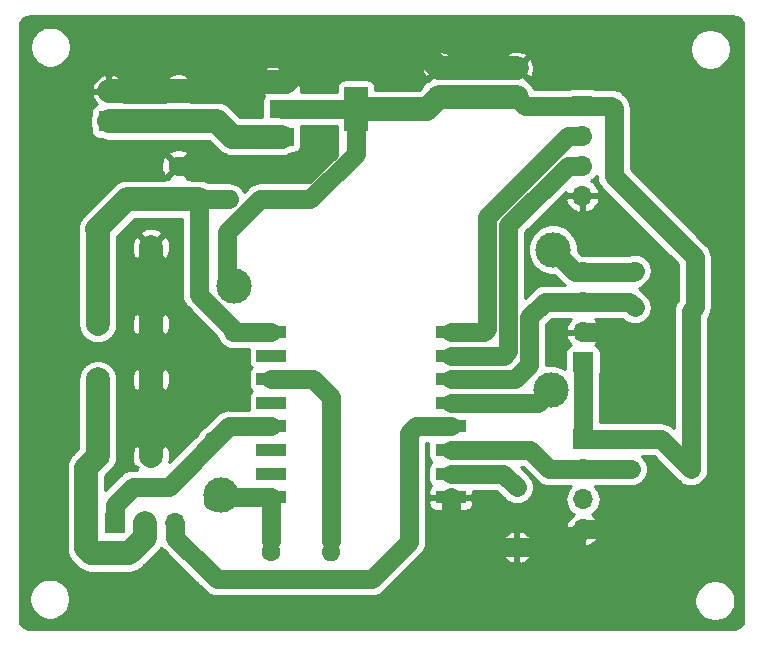
<source format=gtl>
G04 #@! TF.GenerationSoftware,KiCad,Pcbnew,(5.1.2)-1*
G04 #@! TF.CreationDate,2020-02-19T12:48:27-03:00*
G04 #@! TF.ProjectId,ESP_sensor_node,4553505f-7365-46e7-936f-725f6e6f6465,rev?*
G04 #@! TF.SameCoordinates,PX323d3b0PY6068aa0*
G04 #@! TF.FileFunction,Copper,L1,Top*
G04 #@! TF.FilePolarity,Positive*
%FSLAX46Y46*%
G04 Gerber Fmt 4.6, Leading zero omitted, Abs format (unit mm)*
G04 Created by KiCad (PCBNEW (5.1.2)-1) date 2020-02-19 12:48:27*
%MOMM*%
%LPD*%
G04 APERTURE LIST*
%ADD10O,1.600000X1.600000*%
%ADD11C,1.600000*%
%ADD12R,1.700000X1.700000*%
%ADD13O,1.700000X1.700000*%
%ADD14R,2.500000X1.000000*%
%ADD15C,2.000000*%
%ADD16R,1.600000X1.600000*%
%ADD17R,2.000000X3.800000*%
%ADD18R,2.000000X1.500000*%
%ADD19C,3.000000*%
%ADD20C,2.000000*%
%ADD21C,1.600000*%
%ADD22C,0.254000*%
G04 APERTURE END LIST*
D10*
X16598900Y16129000D03*
D11*
X16598900Y11049000D03*
D12*
X47840900Y44513500D03*
D13*
X47840900Y41973500D03*
X47840900Y39433500D03*
X47840900Y36893500D03*
D14*
X21508400Y25344000D03*
X21508400Y23344000D03*
X21508400Y21344000D03*
X21508400Y19344000D03*
X21508400Y17344000D03*
X21508400Y15344000D03*
X21508400Y13344000D03*
X21508400Y11344000D03*
X36708400Y11344000D03*
X36708400Y13344000D03*
X36708400Y15344000D03*
X36708400Y17344000D03*
X36708400Y19344000D03*
X36708400Y21344000D03*
X36708400Y23344000D03*
X36708400Y25344000D03*
D15*
X11328400Y14836000D03*
X6828400Y14836000D03*
X11328400Y21336000D03*
X6828400Y21336000D03*
X6828400Y32512000D03*
X11328400Y32512000D03*
X6828400Y26012000D03*
X11328400Y26012000D03*
D11*
X13614400Y39393500D03*
D16*
X13614400Y36893500D03*
D11*
X42316400Y45212000D03*
X42316400Y47712000D03*
X35712400Y47712000D03*
D16*
X35712400Y45212000D03*
X13614400Y43307000D03*
D11*
X13614400Y45807000D03*
D17*
X28702400Y44196000D03*
D18*
X22402400Y44196000D03*
X22402400Y41896000D03*
X22402400Y46496000D03*
D12*
X8280400Y9144000D03*
D13*
X10820400Y9144000D03*
X13360400Y9144000D03*
D12*
X7772400Y43180000D03*
D13*
X7772400Y45720000D03*
D11*
X23012400Y36576000D03*
D10*
X17932400Y36576000D03*
X26568400Y6731000D03*
D11*
X21488400Y6731000D03*
X51968400Y13716000D03*
D10*
X57048400Y13716000D03*
X57365900Y27432000D03*
D11*
X52285900Y27432000D03*
D10*
X57365900Y30543500D03*
D11*
X52285900Y30543500D03*
X42316400Y12192000D03*
D10*
X42316400Y7112000D03*
D13*
X47904400Y30416500D03*
X47904400Y27876500D03*
X47904400Y25336500D03*
D12*
X47904400Y22796500D03*
X47904400Y16256000D03*
D13*
X47904400Y13716000D03*
X47904400Y11176000D03*
X47904400Y8636000D03*
D19*
X18376900Y29210000D03*
X17297400Y11557000D03*
X54190900Y8636000D03*
X52984400Y22860000D03*
X45173900Y20447000D03*
X45359320Y32318960D03*
D20*
X34696400Y44196000D02*
X35712400Y45212000D01*
X28702400Y44196000D02*
X34696400Y44196000D01*
X35712400Y45212000D02*
X42316400Y45212000D01*
D21*
X21488400Y11324000D02*
X21508400Y11344000D01*
X21488400Y7620000D02*
X21488400Y11324000D01*
X57365900Y27432000D02*
X57365900Y30543500D01*
X43014900Y44513500D02*
X42316400Y45212000D01*
X47840900Y44513500D02*
X43014900Y44513500D01*
X57365900Y31674870D02*
X50507900Y38532870D01*
X57365900Y30543500D02*
X57365900Y31674870D01*
X50290900Y44513500D02*
X47840900Y44513500D01*
X50507900Y44296500D02*
X50290900Y44513500D01*
X50507900Y38532870D02*
X50507900Y44296500D01*
X47904400Y22796500D02*
X47904400Y16256000D01*
X54508400Y16256000D02*
X57048400Y13716000D01*
X47904400Y16256000D02*
X54508400Y16256000D01*
X17510400Y11344000D02*
X17297400Y11557000D01*
X21508400Y11344000D02*
X17510400Y11344000D01*
X57048400Y27114500D02*
X57365900Y27432000D01*
X57048400Y13716000D02*
X57048400Y27114500D01*
X17805400Y29781500D02*
X18376900Y29210000D01*
X17805400Y33784998D02*
X17805400Y29781500D01*
X20596402Y36576000D02*
X17805400Y33784998D01*
X23012400Y36576000D02*
X20596402Y36576000D01*
X28702400Y44196000D02*
X22402400Y44196000D01*
X17106900Y11557000D02*
X16598900Y11049000D01*
X17297400Y11557000D02*
X17106900Y11557000D01*
X28702400Y40696000D02*
X28702400Y44196000D01*
X28702400Y40453560D02*
X28702400Y40696000D01*
X24824840Y36576000D02*
X28702400Y40453560D01*
X23012400Y36576000D02*
X24824840Y36576000D01*
D20*
X15352400Y45720000D02*
X15392400Y45680000D01*
X7772400Y45720000D02*
X15352400Y45720000D01*
X15392400Y45680000D02*
X17384400Y45680000D01*
X18200400Y46496000D02*
X22402400Y46496000D01*
X17384400Y45680000D02*
X18200400Y46496000D01*
X22402400Y46496000D02*
X22772400Y46496000D01*
X22772400Y46496000D02*
X25044400Y48768000D01*
X34656400Y48768000D02*
X35712400Y47712000D01*
X25044400Y48768000D02*
X34656400Y48768000D01*
X35712400Y47712000D02*
X42316400Y47712000D01*
X24496400Y39076000D02*
X25552400Y40132000D01*
X11328400Y32512000D02*
X11328400Y26012000D01*
X11328400Y26012000D02*
X11328400Y21336000D01*
X11328400Y21336000D02*
X11328400Y14836000D01*
D21*
X36708400Y9244000D02*
X38840400Y7112000D01*
X36708400Y11344000D02*
X36708400Y9244000D01*
X38840400Y7112000D02*
X42316400Y7112000D01*
X46380400Y7112000D02*
X47904400Y8636000D01*
X42316400Y7112000D02*
X46380400Y7112000D01*
X47904400Y8636000D02*
X53047900Y8636000D01*
X53047900Y8636000D02*
X54190900Y8636000D01*
X50507900Y25336500D02*
X47904400Y25336500D01*
X52984400Y22860000D02*
X50507900Y25336500D01*
D20*
X15392400Y39076000D02*
X24496400Y39076000D01*
D21*
X15074900Y39393500D02*
X13614400Y39393500D01*
X15392400Y39076000D02*
X15074900Y39393500D01*
X36708400Y19344000D02*
X44070900Y19344000D01*
X44070900Y19344000D02*
X45173900Y20447000D01*
X51841400Y27876500D02*
X52285900Y27432000D01*
X47904400Y27876500D02*
X51841400Y27876500D01*
X39006400Y21344000D02*
X39014400Y21336000D01*
X36708400Y21344000D02*
X39006400Y21344000D01*
X42189400Y21336000D02*
X43373890Y22520490D01*
X39014400Y21336000D02*
X42189400Y21336000D01*
X52158900Y30416500D02*
X52285900Y30543500D01*
X47904400Y30416500D02*
X52158900Y30416500D01*
X47261780Y30416500D02*
X45359320Y32318960D01*
X47904400Y30416500D02*
X47261780Y30416500D01*
X43373890Y22520490D02*
X43373890Y26584490D01*
X44665900Y27876500D02*
X47904400Y27876500D01*
X43373890Y26584490D02*
X44665900Y27876500D01*
X36708400Y15344000D02*
X43418900Y15344000D01*
X45046900Y13716000D02*
X47904400Y13716000D01*
X43418900Y15344000D02*
X45046900Y13716000D01*
X47904400Y13716000D02*
X51968400Y13716000D01*
X46638819Y41973500D02*
X47840900Y41973500D01*
X46633221Y41973500D02*
X46638819Y41973500D01*
X39773872Y35114151D02*
X46633221Y41973500D01*
X39773872Y25559472D02*
X39773872Y35114151D01*
X39558400Y25344000D02*
X39773872Y25559472D01*
X36708400Y25344000D02*
X39558400Y25344000D01*
X46638819Y39433500D02*
X47840900Y39433500D01*
X41573881Y34368562D02*
X46638819Y39433500D01*
X41573881Y23720481D02*
X41573881Y34368562D01*
X41197400Y23344000D02*
X41573881Y23720481D01*
X36708400Y23344000D02*
X41197400Y23344000D01*
D20*
X15392400Y36576000D02*
X9296400Y36576000D01*
X9296400Y36576000D02*
X6756400Y34036000D01*
X6828400Y33964000D02*
X6828400Y32512000D01*
X6756400Y34036000D02*
X6828400Y33964000D01*
X6828400Y32512000D02*
X6828400Y26012000D01*
D21*
X16801030Y36576000D02*
X15392400Y36576000D01*
X17932400Y36576000D02*
X16801030Y36576000D01*
X21508400Y25344000D02*
X18305900Y25344000D01*
X15392400Y28494498D02*
X15392400Y36576000D01*
X18305900Y25580998D02*
X15392400Y28494498D01*
X18305900Y25344000D02*
X18305900Y25580998D01*
X25036400Y21344000D02*
X21508400Y21344000D01*
X26568400Y7620000D02*
X26568400Y19812000D01*
X26568400Y19812000D02*
X25036400Y21344000D01*
X33752400Y17344000D02*
X36708400Y17344000D01*
X33172400Y16764000D02*
X33752400Y17344000D01*
X33172400Y7556500D02*
X33172400Y16764000D01*
X13360400Y7941919D02*
X16222319Y5080000D01*
X13360400Y9144000D02*
X13360400Y7941919D01*
X16281400Y5080000D02*
X16916400Y4445000D01*
X16222319Y5080000D02*
X16281400Y5080000D01*
X16916400Y4445000D02*
X30060900Y4445000D01*
X30060900Y4445000D02*
X33172400Y7556500D01*
D20*
X7772400Y43180000D02*
X15392400Y43180000D01*
X15392400Y43180000D02*
X16916400Y43180000D01*
X18200400Y41896000D02*
X22402400Y41896000D01*
X16916400Y43180000D02*
X18200400Y41896000D01*
D21*
X8280400Y9144000D02*
X8280400Y10731500D01*
X8280400Y10731500D02*
X9804400Y12255500D01*
X9804400Y12255500D02*
X12852400Y12255500D01*
X17940900Y17344000D02*
X21508400Y17344000D01*
X12852400Y12255500D02*
X17940900Y17344000D01*
D20*
X6828400Y14836000D02*
X6828400Y21336000D01*
X10820400Y7941919D02*
X9482481Y6604000D01*
X10820400Y9144000D02*
X10820400Y7941919D01*
X9482481Y6604000D02*
X6248400Y6604000D01*
X5828401Y13836001D02*
X6828400Y14836000D01*
X5828401Y7023999D02*
X5828401Y13836001D01*
X6248400Y6604000D02*
X5828401Y7023999D01*
D21*
X41164400Y13344000D02*
X36708400Y13344000D01*
X42316400Y12192000D02*
X41164400Y13344000D01*
D22*
G36*
X60790589Y52052624D02*
G01*
X60954250Y52002978D01*
X61105072Y51922362D01*
X61237270Y51813870D01*
X61345762Y51681672D01*
X61426378Y51530850D01*
X61476024Y51367189D01*
X61493400Y51190766D01*
X61493400Y1069734D01*
X61476024Y893311D01*
X61426378Y729650D01*
X61345762Y578828D01*
X61237270Y446630D01*
X61105072Y338138D01*
X60954250Y257522D01*
X60790589Y207876D01*
X60614166Y190500D01*
X1095134Y190500D01*
X918711Y207876D01*
X755050Y257522D01*
X604228Y338138D01*
X472030Y446630D01*
X363538Y578828D01*
X282922Y729650D01*
X233276Y893311D01*
X215900Y1069734D01*
X215900Y2901383D01*
X1020900Y2901383D01*
X1020900Y2559617D01*
X1087575Y2224419D01*
X1218363Y1908669D01*
X1408237Y1624502D01*
X1649902Y1382837D01*
X1934069Y1192963D01*
X2249819Y1062175D01*
X2585017Y995500D01*
X2926783Y995500D01*
X3261981Y1062175D01*
X3577731Y1192963D01*
X3861898Y1382837D01*
X4103563Y1624502D01*
X4293437Y1908669D01*
X4424225Y2224419D01*
X4490900Y2559617D01*
X4490900Y2774383D01*
X57345400Y2774383D01*
X57345400Y2432617D01*
X57412075Y2097419D01*
X57542863Y1781669D01*
X57732737Y1497502D01*
X57974402Y1255837D01*
X58258569Y1065963D01*
X58574319Y935175D01*
X58909517Y868500D01*
X59251283Y868500D01*
X59586481Y935175D01*
X59902231Y1065963D01*
X60186398Y1255837D01*
X60428063Y1497502D01*
X60617937Y1781669D01*
X60748725Y2097419D01*
X60815400Y2432617D01*
X60815400Y2774383D01*
X60748725Y3109581D01*
X60617937Y3425331D01*
X60428063Y3709498D01*
X60186398Y3951163D01*
X59902231Y4141037D01*
X59586481Y4271825D01*
X59251283Y4338500D01*
X58909517Y4338500D01*
X58574319Y4271825D01*
X58258569Y4141037D01*
X57974402Y3951163D01*
X57732737Y3709498D01*
X57542863Y3425331D01*
X57412075Y3109581D01*
X57345400Y2774383D01*
X4490900Y2774383D01*
X4490900Y2901383D01*
X4424225Y3236581D01*
X4293437Y3552331D01*
X4103563Y3836498D01*
X3861898Y4078163D01*
X3577731Y4268037D01*
X3261981Y4398825D01*
X2926783Y4465500D01*
X2585017Y4465500D01*
X2249819Y4398825D01*
X1934069Y4268037D01*
X1649902Y4078163D01*
X1408237Y3836498D01*
X1218363Y3552331D01*
X1087575Y3236581D01*
X1020900Y2901383D01*
X215900Y2901383D01*
X215900Y13836001D01*
X4185490Y13836001D01*
X4193402Y13755672D01*
X4193401Y7104319D01*
X4185490Y7023999D01*
X4193401Y6943680D01*
X4193401Y6943678D01*
X4217058Y6703484D01*
X4310549Y6395285D01*
X4462370Y6111248D01*
X4666687Y5862285D01*
X4729088Y5811074D01*
X5035475Y5504687D01*
X5086686Y5442286D01*
X5335648Y5237969D01*
X5619685Y5086148D01*
X5927884Y4992657D01*
X6168078Y4969000D01*
X6168080Y4969000D01*
X6248399Y4961089D01*
X6328719Y4969000D01*
X9402162Y4969000D01*
X9482481Y4961089D01*
X9562800Y4969000D01*
X9562803Y4969000D01*
X9802997Y4992657D01*
X10111196Y5086148D01*
X10395233Y5237969D01*
X10644195Y5442286D01*
X10695405Y5504686D01*
X11919718Y6728998D01*
X11982114Y6780205D01*
X12186431Y7029167D01*
X12212726Y7078361D01*
X12340793Y6922311D01*
X12395555Y6877369D01*
X15157769Y4115154D01*
X15202711Y4060392D01*
X15421218Y3881068D01*
X15485063Y3846942D01*
X15851845Y3480160D01*
X15896792Y3425392D01*
X16115299Y3246068D01*
X16364592Y3112818D01*
X16635091Y3030763D01*
X16916400Y3003057D01*
X16986895Y3010000D01*
X29990408Y3010000D01*
X30060900Y3003057D01*
X30131392Y3010000D01*
X30342209Y3030764D01*
X30612708Y3112818D01*
X30862001Y3246068D01*
X31080508Y3425392D01*
X31125454Y3480159D01*
X34137256Y6491959D01*
X34192007Y6536892D01*
X34244121Y6600392D01*
X34328726Y6703484D01*
X34371332Y6755399D01*
X34375373Y6762960D01*
X40924491Y6762960D01*
X41019330Y6498119D01*
X41164015Y6256869D01*
X41352986Y6048481D01*
X41578980Y5880963D01*
X41833313Y5760754D01*
X41967361Y5720096D01*
X42189400Y5842085D01*
X42189400Y6985000D01*
X42443400Y6985000D01*
X42443400Y5842085D01*
X42665439Y5720096D01*
X42799487Y5760754D01*
X43053820Y5880963D01*
X43279814Y6048481D01*
X43468785Y6256869D01*
X43613470Y6498119D01*
X43708309Y6762960D01*
X43587024Y6985000D01*
X42443400Y6985000D01*
X42189400Y6985000D01*
X41045776Y6985000D01*
X40924491Y6762960D01*
X34375373Y6762960D01*
X34504582Y7004692D01*
X34586636Y7275191D01*
X34592890Y7338691D01*
X34604940Y7461040D01*
X40924491Y7461040D01*
X41045776Y7239000D01*
X42189400Y7239000D01*
X42189400Y8381915D01*
X42443400Y8381915D01*
X42443400Y7239000D01*
X43587024Y7239000D01*
X43708309Y7461040D01*
X43613470Y7725881D01*
X43468785Y7967131D01*
X43279814Y8175519D01*
X43140063Y8279110D01*
X46462924Y8279110D01*
X46507575Y8131901D01*
X46632759Y7869080D01*
X46806812Y7635731D01*
X47023045Y7440822D01*
X47273148Y7291843D01*
X47547509Y7194519D01*
X47777400Y7315186D01*
X47777400Y8509000D01*
X48031400Y8509000D01*
X48031400Y7315186D01*
X48261291Y7194519D01*
X48535652Y7291843D01*
X48785755Y7440822D01*
X49001988Y7635731D01*
X49176041Y7869080D01*
X49301225Y8131901D01*
X49345876Y8279110D01*
X49224555Y8509000D01*
X48031400Y8509000D01*
X47777400Y8509000D01*
X46584245Y8509000D01*
X46462924Y8279110D01*
X43140063Y8279110D01*
X43053820Y8343037D01*
X42799487Y8463246D01*
X42665439Y8503904D01*
X42443400Y8381915D01*
X42189400Y8381915D01*
X41967361Y8503904D01*
X41833313Y8463246D01*
X41578980Y8343037D01*
X41352986Y8175519D01*
X41164015Y7967131D01*
X41019330Y7725881D01*
X40924491Y7461040D01*
X34604940Y7461040D01*
X34614343Y7556499D01*
X34607400Y7626991D01*
X34607400Y10844000D01*
X34820328Y10844000D01*
X34832588Y10719518D01*
X34868898Y10599820D01*
X34927863Y10489506D01*
X35007215Y10392815D01*
X35103906Y10313463D01*
X35214220Y10254498D01*
X35333918Y10218188D01*
X35458400Y10205928D01*
X36422650Y10209000D01*
X36581400Y10367750D01*
X36581400Y11217000D01*
X36835400Y11217000D01*
X36835400Y10367750D01*
X36994150Y10209000D01*
X37958400Y10205928D01*
X38082882Y10218188D01*
X38202580Y10254498D01*
X38312894Y10313463D01*
X38409585Y10392815D01*
X38488937Y10489506D01*
X38547902Y10599820D01*
X38584212Y10719518D01*
X38596472Y10844000D01*
X38593400Y11058250D01*
X38434650Y11217000D01*
X36835400Y11217000D01*
X36581400Y11217000D01*
X34982150Y11217000D01*
X34823400Y11058250D01*
X34820328Y10844000D01*
X34607400Y10844000D01*
X34607400Y15909000D01*
X34826730Y15909000D01*
X34820328Y15844000D01*
X34820328Y14844000D01*
X34832588Y14719518D01*
X34868898Y14599820D01*
X34927863Y14489506D01*
X35007215Y14392815D01*
X35066696Y14344000D01*
X35007215Y14295185D01*
X34927863Y14198494D01*
X34868898Y14088180D01*
X34832588Y13968482D01*
X34820328Y13844000D01*
X34820328Y12844000D01*
X34832588Y12719518D01*
X34868898Y12599820D01*
X34927863Y12489506D01*
X35007215Y12392815D01*
X35066696Y12344000D01*
X35007215Y12295185D01*
X34927863Y12198494D01*
X34868898Y12088180D01*
X34832588Y11968482D01*
X34820328Y11844000D01*
X34823400Y11629750D01*
X34982150Y11471000D01*
X36581400Y11471000D01*
X36581400Y11491000D01*
X36835400Y11491000D01*
X36835400Y11471000D01*
X38434650Y11471000D01*
X38593400Y11629750D01*
X38596472Y11844000D01*
X38590070Y11909000D01*
X40570005Y11909000D01*
X41201763Y11277241D01*
X41401641Y11077363D01*
X41460544Y11038005D01*
X41515299Y10993069D01*
X41577773Y10959676D01*
X41636673Y10920320D01*
X41702114Y10893214D01*
X41764592Y10859818D01*
X41832386Y10839253D01*
X41897826Y10812147D01*
X41967301Y10798327D01*
X42035090Y10777764D01*
X42105584Y10770821D01*
X42175065Y10757000D01*
X42245907Y10757000D01*
X42316399Y10750057D01*
X42386891Y10757000D01*
X42457735Y10757000D01*
X42527218Y10770821D01*
X42597708Y10777764D01*
X42665494Y10798326D01*
X42734974Y10812147D01*
X42800417Y10839254D01*
X42868207Y10859818D01*
X42930682Y10893212D01*
X42996127Y10920320D01*
X43055031Y10959679D01*
X43117500Y10993069D01*
X43172251Y11038002D01*
X43231159Y11077363D01*
X43281256Y11127460D01*
X43336007Y11172393D01*
X43380940Y11227144D01*
X43431037Y11277241D01*
X43470398Y11336149D01*
X43515331Y11390900D01*
X43548721Y11453369D01*
X43588080Y11512273D01*
X43615188Y11577718D01*
X43648582Y11640193D01*
X43669146Y11707983D01*
X43696253Y11773426D01*
X43710074Y11842906D01*
X43730636Y11910692D01*
X43737579Y11981182D01*
X43751400Y12050665D01*
X43751400Y12121509D01*
X43758343Y12192001D01*
X43751400Y12262493D01*
X43751400Y12333335D01*
X43737579Y12402816D01*
X43730636Y12473310D01*
X43710073Y12541099D01*
X43696253Y12610574D01*
X43669147Y12676014D01*
X43648582Y12743808D01*
X43615186Y12806286D01*
X43588080Y12871727D01*
X43548724Y12930627D01*
X43515331Y12993101D01*
X43470395Y13047856D01*
X43431037Y13106759D01*
X43231159Y13306637D01*
X42628795Y13909000D01*
X42824505Y13909000D01*
X43982350Y12751154D01*
X44027292Y12696392D01*
X44245799Y12517068D01*
X44410838Y12428853D01*
X44495092Y12383818D01*
X44765591Y12301763D01*
X45046900Y12274057D01*
X45117395Y12281000D01*
X46910028Y12281000D01*
X46849266Y12231134D01*
X46663694Y12005014D01*
X46525801Y11747034D01*
X46440887Y11467111D01*
X46412215Y11176000D01*
X46440887Y10884889D01*
X46525801Y10604966D01*
X46663694Y10346986D01*
X46849266Y10120866D01*
X47075386Y9935294D01*
X47139923Y9900799D01*
X47023045Y9831178D01*
X46806812Y9636269D01*
X46632759Y9402920D01*
X46507575Y9140099D01*
X46462924Y8992890D01*
X46584245Y8763000D01*
X47777400Y8763000D01*
X47777400Y8783000D01*
X48031400Y8783000D01*
X48031400Y8763000D01*
X49224555Y8763000D01*
X49345876Y8992890D01*
X49301225Y9140099D01*
X49176041Y9402920D01*
X49001988Y9636269D01*
X48785755Y9831178D01*
X48668877Y9900799D01*
X48733414Y9935294D01*
X48959534Y10120866D01*
X49145106Y10346986D01*
X49282999Y10604966D01*
X49367913Y10884889D01*
X49396585Y11176000D01*
X49367913Y11467111D01*
X49282999Y11747034D01*
X49145106Y12005014D01*
X48959534Y12231134D01*
X48898772Y12281000D01*
X52109735Y12281000D01*
X52179217Y12294821D01*
X52249709Y12301764D01*
X52317497Y12322327D01*
X52386974Y12336147D01*
X52452414Y12363253D01*
X52520208Y12383818D01*
X52582688Y12417214D01*
X52648127Y12444320D01*
X52707022Y12483672D01*
X52769501Y12517068D01*
X52824263Y12562010D01*
X52883159Y12601363D01*
X52933246Y12651450D01*
X52988008Y12696392D01*
X53032950Y12751154D01*
X53083037Y12801241D01*
X53122390Y12860137D01*
X53167332Y12914899D01*
X53200728Y12977378D01*
X53240080Y13036273D01*
X53267186Y13101712D01*
X53300582Y13164192D01*
X53321147Y13231986D01*
X53348253Y13297426D01*
X53362073Y13366903D01*
X53382636Y13434691D01*
X53389579Y13505183D01*
X53403400Y13574665D01*
X53403400Y13645509D01*
X53410343Y13716000D01*
X53403400Y13786492D01*
X53403400Y13857335D01*
X53389579Y13926817D01*
X53382636Y13997309D01*
X53362073Y14065097D01*
X53348253Y14134574D01*
X53321147Y14200014D01*
X53300582Y14267808D01*
X53267186Y14330288D01*
X53240080Y14395727D01*
X53200728Y14454622D01*
X53167332Y14517101D01*
X53122390Y14571863D01*
X53083037Y14630759D01*
X53032950Y14680846D01*
X52988008Y14735608D01*
X52933246Y14780550D01*
X52892796Y14821000D01*
X53914005Y14821000D01*
X55983854Y12751149D01*
X56028792Y12696392D01*
X56215784Y12542932D01*
X56247299Y12517068D01*
X56496592Y12383818D01*
X56653744Y12336147D01*
X56767090Y12301764D01*
X57048399Y12274057D01*
X57048400Y12274057D01*
X57118892Y12281000D01*
X57329709Y12301764D01*
X57600208Y12383818D01*
X57849501Y12517068D01*
X58068008Y12696392D01*
X58247332Y12914899D01*
X58380582Y13164192D01*
X58462636Y13434691D01*
X58490343Y13716000D01*
X58490343Y13716001D01*
X58483400Y13786493D01*
X58483400Y26531674D01*
X58564832Y26630899D01*
X58698082Y26880192D01*
X58741384Y27022941D01*
X58780137Y27150691D01*
X58807843Y27432000D01*
X58800900Y27502495D01*
X58800900Y30473009D01*
X58807843Y30543500D01*
X58800900Y30613992D01*
X58800900Y31604375D01*
X58807843Y31674870D01*
X58780137Y31956179D01*
X58698082Y32226678D01*
X58592259Y32424658D01*
X58564832Y32475971D01*
X58385508Y32694478D01*
X58330746Y32739420D01*
X51942900Y39127265D01*
X51942900Y44226009D01*
X51949843Y44296501D01*
X51922136Y44577809D01*
X51886131Y44696502D01*
X51840082Y44848308D01*
X51706832Y45097601D01*
X51527508Y45316108D01*
X51472744Y45361051D01*
X51355453Y45478342D01*
X51310508Y45533108D01*
X51092001Y45712432D01*
X50842708Y45845682D01*
X50572209Y45927736D01*
X50361392Y45948500D01*
X50290900Y45955443D01*
X50220408Y45948500D01*
X48943503Y45948500D01*
X48935080Y45953002D01*
X48815382Y45989312D01*
X48690900Y46001572D01*
X46990900Y46001572D01*
X46866418Y45989312D01*
X46746720Y45953002D01*
X46738297Y45948500D01*
X43776640Y45948500D01*
X43682431Y46124752D01*
X43478114Y46373714D01*
X43229152Y46578031D01*
X43107177Y46643228D01*
X43129497Y46719298D01*
X42316400Y47532395D01*
X42302258Y47518252D01*
X42122653Y47697857D01*
X42136795Y47712000D01*
X42496005Y47712000D01*
X43309102Y46898903D01*
X43553071Y46970486D01*
X43673971Y47225996D01*
X43742700Y47500184D01*
X43756617Y47782512D01*
X43715187Y48062130D01*
X43620003Y48328292D01*
X43553071Y48453514D01*
X43309102Y48525097D01*
X42496005Y47712000D01*
X42136795Y47712000D01*
X41323698Y48525097D01*
X41079729Y48453514D01*
X40958829Y48198004D01*
X40890100Y47923816D01*
X40876183Y47641488D01*
X40917613Y47361870D01*
X41012797Y47095708D01*
X41079729Y46970486D01*
X41323696Y46898903D01*
X41271793Y46847000D01*
X36757007Y46847000D01*
X36705104Y46898903D01*
X36949071Y46970486D01*
X37069971Y47225996D01*
X37138700Y47500184D01*
X37152617Y47782512D01*
X37111187Y48062130D01*
X37016003Y48328292D01*
X36949071Y48453514D01*
X36705102Y48525097D01*
X35892005Y47712000D01*
X35906148Y47697857D01*
X35726543Y47518252D01*
X35712400Y47532395D01*
X34899303Y46719298D01*
X34919615Y46650072D01*
X34912400Y46650072D01*
X34787918Y46637812D01*
X34668220Y46601502D01*
X34557906Y46542537D01*
X34461215Y46463185D01*
X34381863Y46366494D01*
X34322898Y46256180D01*
X34286588Y46136482D01*
X34282430Y46094268D01*
X34019162Y45831000D01*
X30340472Y45831000D01*
X30340472Y46096000D01*
X30328212Y46220482D01*
X30291902Y46340180D01*
X30232937Y46450494D01*
X30153585Y46547185D01*
X30056894Y46626537D01*
X29946580Y46685502D01*
X29826882Y46721812D01*
X29702400Y46734072D01*
X27702400Y46734072D01*
X27577918Y46721812D01*
X27458220Y46685502D01*
X27347906Y46626537D01*
X27251215Y46547185D01*
X27171863Y46450494D01*
X27112898Y46340180D01*
X27076588Y46220482D01*
X27064328Y46096000D01*
X27064328Y45631000D01*
X24029146Y45631000D01*
X24040472Y45746000D01*
X24037400Y46210250D01*
X23878650Y46369000D01*
X22529400Y46369000D01*
X22529400Y46349000D01*
X22275400Y46349000D01*
X22275400Y46369000D01*
X20926150Y46369000D01*
X20767400Y46210250D01*
X20764328Y45746000D01*
X20776588Y45621518D01*
X20812898Y45501820D01*
X20871863Y45391506D01*
X20909209Y45346000D01*
X20871863Y45300494D01*
X20812898Y45190180D01*
X20776588Y45070482D01*
X20764328Y44946000D01*
X20764328Y43531000D01*
X18877639Y43531000D01*
X18129324Y44279314D01*
X18078114Y44341714D01*
X17829152Y44546031D01*
X17545115Y44697852D01*
X17236916Y44791343D01*
X16996722Y44815000D01*
X16996719Y44815000D01*
X16916400Y44822911D01*
X16836081Y44815000D01*
X14660747Y44815000D01*
X14723377Y44877630D01*
X14607104Y44993903D01*
X14851071Y45065486D01*
X14971971Y45320996D01*
X15040700Y45595184D01*
X15054617Y45877512D01*
X15013187Y46157130D01*
X14918003Y46423292D01*
X14851071Y46548514D01*
X14607102Y46620097D01*
X13794005Y45807000D01*
X13808148Y45792857D01*
X13628543Y45613252D01*
X13614400Y45627395D01*
X13600258Y45613252D01*
X13420653Y45792857D01*
X13434795Y45807000D01*
X12621698Y46620097D01*
X12377729Y46548514D01*
X12256829Y46293004D01*
X12188100Y46018816D01*
X12174183Y45736488D01*
X12215613Y45456870D01*
X12310797Y45190708D01*
X12377729Y45065486D01*
X12621696Y44993903D01*
X12505423Y44877630D01*
X12568053Y44815000D01*
X8941048Y44815000D01*
X9044041Y44953080D01*
X9169225Y45215901D01*
X9213876Y45363110D01*
X9092555Y45593000D01*
X7899400Y45593000D01*
X7899400Y45573000D01*
X7645400Y45573000D01*
X7645400Y45593000D01*
X6452245Y45593000D01*
X6330924Y45363110D01*
X6375575Y45215901D01*
X6500759Y44953080D01*
X6674812Y44719731D01*
X6758866Y44643966D01*
X6678220Y44619502D01*
X6567906Y44560537D01*
X6471215Y44481185D01*
X6391863Y44384494D01*
X6332898Y44274180D01*
X6296588Y44154482D01*
X6284328Y44030000D01*
X6284328Y43864429D01*
X6254548Y43808715D01*
X6161057Y43500516D01*
X6129489Y43180000D01*
X6161057Y42859484D01*
X6254548Y42551285D01*
X6284328Y42495571D01*
X6284328Y42330000D01*
X6296588Y42205518D01*
X6332898Y42085820D01*
X6391863Y41975506D01*
X6471215Y41878815D01*
X6567906Y41799463D01*
X6678220Y41740498D01*
X6797918Y41704188D01*
X6922400Y41691928D01*
X7087971Y41691928D01*
X7143685Y41662148D01*
X7451884Y41568657D01*
X7692078Y41545000D01*
X16239162Y41545000D01*
X16987479Y40796682D01*
X17038686Y40734286D01*
X17287648Y40529969D01*
X17571685Y40378148D01*
X17879884Y40284657D01*
X18120078Y40261000D01*
X18120080Y40261000D01*
X18200399Y40253089D01*
X18280719Y40261000D01*
X22482722Y40261000D01*
X22722916Y40284657D01*
X23031115Y40378148D01*
X23273916Y40507928D01*
X23402400Y40507928D01*
X23526882Y40520188D01*
X23646580Y40556498D01*
X23756894Y40615463D01*
X23853585Y40694815D01*
X23932937Y40791506D01*
X23991902Y40901820D01*
X24028212Y41021518D01*
X24040472Y41146000D01*
X24040472Y41846869D01*
X24045311Y41896000D01*
X24040472Y41945131D01*
X24040472Y42646000D01*
X24029146Y42761000D01*
X27064328Y42761000D01*
X27064328Y42296000D01*
X27067401Y42264803D01*
X27067400Y40376322D01*
X27067400Y40287869D01*
X24790532Y38011000D01*
X20666894Y38011000D01*
X20596402Y38017943D01*
X20525910Y38011000D01*
X20315093Y37990236D01*
X20044594Y37908182D01*
X19795301Y37774932D01*
X19576794Y37595608D01*
X19531852Y37540846D01*
X19213807Y37222801D01*
X19131332Y37377101D01*
X18952008Y37595608D01*
X18733501Y37774932D01*
X18484208Y37908182D01*
X18213709Y37990236D01*
X18002892Y38011000D01*
X16176120Y38011000D01*
X16021115Y38093852D01*
X15712916Y38187343D01*
X15472722Y38211000D01*
X14784780Y38211000D01*
X14768894Y38224037D01*
X14658580Y38283002D01*
X14538882Y38319312D01*
X14414400Y38331572D01*
X14407185Y38331572D01*
X14427497Y38400798D01*
X13614400Y39213895D01*
X12801303Y38400798D01*
X12821615Y38331572D01*
X12814400Y38331572D01*
X12689918Y38319312D01*
X12570220Y38283002D01*
X12459906Y38224037D01*
X12444020Y38211000D01*
X9376719Y38211000D01*
X9296399Y38218911D01*
X9216080Y38211000D01*
X9216078Y38211000D01*
X8975884Y38187343D01*
X8667685Y38093852D01*
X8383648Y37942031D01*
X8134686Y37737714D01*
X8083480Y37675319D01*
X5657078Y35248916D01*
X5594687Y35197713D01*
X5484396Y35063323D01*
X5390370Y34948752D01*
X5238548Y34664714D01*
X5145058Y34356516D01*
X5113489Y34036000D01*
X5145058Y33715484D01*
X5193400Y33556120D01*
X5193400Y32592321D01*
X5193401Y26173038D01*
X5193400Y26173033D01*
X5193400Y25850967D01*
X5209148Y25771797D01*
X5217058Y25691484D01*
X5240484Y25614258D01*
X5256232Y25535088D01*
X5287122Y25460512D01*
X5310549Y25383285D01*
X5348592Y25312111D01*
X5379482Y25237537D01*
X5424326Y25170423D01*
X5462370Y25099248D01*
X5513570Y25036861D01*
X5558413Y24969748D01*
X5615485Y24912676D01*
X5666687Y24850286D01*
X5729077Y24799084D01*
X5786148Y24742013D01*
X5853260Y24697170D01*
X5915649Y24645969D01*
X5986827Y24607924D01*
X6053937Y24563082D01*
X6128507Y24532194D01*
X6199686Y24494148D01*
X6276918Y24470720D01*
X6351488Y24439832D01*
X6430652Y24424085D01*
X6507885Y24400657D01*
X6588206Y24392746D01*
X6667367Y24377000D01*
X6748078Y24377000D01*
X6828400Y24369089D01*
X6908722Y24377000D01*
X6989433Y24377000D01*
X7068593Y24392746D01*
X7148916Y24400657D01*
X7226151Y24424086D01*
X7305312Y24439832D01*
X7379879Y24470719D01*
X7457115Y24494148D01*
X7528298Y24532196D01*
X7602863Y24563082D01*
X7669969Y24607921D01*
X7741152Y24645969D01*
X7803546Y24697174D01*
X7870652Y24742013D01*
X7927719Y24799080D01*
X7990114Y24850286D01*
X8011698Y24876587D01*
X10372592Y24876587D01*
X10468356Y24612186D01*
X10757971Y24471296D01*
X11069508Y24389616D01*
X11390995Y24370282D01*
X11710075Y24414039D01*
X12014488Y24519205D01*
X12188444Y24612186D01*
X12284208Y24876587D01*
X11328400Y25832395D01*
X10372592Y24876587D01*
X8011698Y24876587D01*
X8041320Y24912681D01*
X8098387Y24969748D01*
X8143226Y25036854D01*
X8194431Y25099248D01*
X8232479Y25170431D01*
X8277318Y25237537D01*
X8308204Y25312102D01*
X8346252Y25383285D01*
X8369681Y25460521D01*
X8400568Y25535088D01*
X8416314Y25614249D01*
X8439743Y25691484D01*
X8447654Y25771807D01*
X8463400Y25850967D01*
X8463400Y25949405D01*
X9686682Y25949405D01*
X9730439Y25630325D01*
X9835605Y25325912D01*
X9928586Y25151956D01*
X10192987Y25056192D01*
X11148795Y26012000D01*
X11508005Y26012000D01*
X12463813Y25056192D01*
X12728214Y25151956D01*
X12869104Y25441571D01*
X12950784Y25753108D01*
X12970118Y26074595D01*
X12926361Y26393675D01*
X12821195Y26698088D01*
X12728214Y26872044D01*
X12463813Y26967808D01*
X11508005Y26012000D01*
X11148795Y26012000D01*
X10192987Y26967808D01*
X9928586Y26872044D01*
X9787696Y26582429D01*
X9706016Y26270892D01*
X9686682Y25949405D01*
X8463400Y25949405D01*
X8463400Y27147413D01*
X10372592Y27147413D01*
X11328400Y26191605D01*
X12284208Y27147413D01*
X12188444Y27411814D01*
X11898829Y27552704D01*
X11587292Y27634384D01*
X11265805Y27653718D01*
X10946725Y27609961D01*
X10642312Y27504795D01*
X10468356Y27411814D01*
X10372592Y27147413D01*
X8463400Y27147413D01*
X8463400Y31376587D01*
X10372592Y31376587D01*
X10468356Y31112186D01*
X10757971Y30971296D01*
X11069508Y30889616D01*
X11390995Y30870282D01*
X11710075Y30914039D01*
X12014488Y31019205D01*
X12188444Y31112186D01*
X12284208Y31376587D01*
X11328400Y32332395D01*
X10372592Y31376587D01*
X8463400Y31376587D01*
X8463400Y32449405D01*
X9686682Y32449405D01*
X9730439Y32130325D01*
X9835605Y31825912D01*
X9928586Y31651956D01*
X10192987Y31556192D01*
X11148795Y32512000D01*
X11508005Y32512000D01*
X12463813Y31556192D01*
X12728214Y31651956D01*
X12869104Y31941571D01*
X12950784Y32253108D01*
X12970118Y32574595D01*
X12926361Y32893675D01*
X12821195Y33198088D01*
X12728214Y33372044D01*
X12463813Y33467808D01*
X11508005Y32512000D01*
X11148795Y32512000D01*
X10192987Y33467808D01*
X9928586Y33372044D01*
X9787696Y33082429D01*
X9706016Y32770892D01*
X9686682Y32449405D01*
X8463400Y32449405D01*
X8463400Y33430762D01*
X8680051Y33647413D01*
X10372592Y33647413D01*
X11328400Y32691605D01*
X12284208Y33647413D01*
X12188444Y33911814D01*
X11898829Y34052704D01*
X11587292Y34134384D01*
X11265805Y34153718D01*
X10946725Y34109961D01*
X10642312Y34004795D01*
X10468356Y33911814D01*
X10372592Y33647413D01*
X8680051Y33647413D01*
X9973639Y34941000D01*
X13957401Y34941000D01*
X13957400Y28564990D01*
X13950457Y28494498D01*
X13962989Y28367264D01*
X13978164Y28213190D01*
X14060218Y27942691D01*
X14193468Y27693398D01*
X14372792Y27474891D01*
X14427555Y27429948D01*
X16933837Y24923665D01*
X16973718Y24792192D01*
X17106968Y24542899D01*
X17286292Y24324392D01*
X17465845Y24177037D01*
X17504799Y24145068D01*
X17754092Y24011818D01*
X18024591Y23929764D01*
X18305900Y23902057D01*
X18376392Y23909000D01*
X19626730Y23909000D01*
X19620328Y23844000D01*
X19620328Y22844000D01*
X19632588Y22719518D01*
X19668898Y22599820D01*
X19727863Y22489506D01*
X19807215Y22392815D01*
X19866696Y22344000D01*
X19807215Y22295185D01*
X19727863Y22198494D01*
X19668898Y22088180D01*
X19632588Y21968482D01*
X19620328Y21844000D01*
X19620328Y20844000D01*
X19632588Y20719518D01*
X19668898Y20599820D01*
X19727863Y20489506D01*
X19807215Y20392815D01*
X19866696Y20344000D01*
X19807215Y20295185D01*
X19727863Y20198494D01*
X19668898Y20088180D01*
X19632588Y19968482D01*
X19620328Y19844000D01*
X19620328Y18844000D01*
X19626730Y18779000D01*
X18011395Y18779000D01*
X17940900Y18785943D01*
X17659591Y18758237D01*
X17389092Y18676182D01*
X17139799Y18542932D01*
X16921292Y18363608D01*
X16876350Y18308846D01*
X16007551Y17440047D01*
X15797799Y17327932D01*
X15579292Y17148608D01*
X15399968Y16930101D01*
X15287853Y16720349D01*
X12881907Y14314402D01*
X12950784Y14577108D01*
X12970118Y14898595D01*
X12926361Y15217675D01*
X12821195Y15522088D01*
X12728214Y15696044D01*
X12463813Y15791808D01*
X11508005Y14836000D01*
X11522148Y14821857D01*
X11342543Y14642252D01*
X11328400Y14656395D01*
X11314258Y14642252D01*
X11134653Y14821857D01*
X11148795Y14836000D01*
X10192987Y15791808D01*
X9928586Y15696044D01*
X9787696Y15406429D01*
X9706016Y15094892D01*
X9686682Y14773405D01*
X9730439Y14454325D01*
X9835605Y14149912D01*
X9928586Y13975956D01*
X10192985Y13880193D01*
X10077317Y13764525D01*
X10151342Y13690500D01*
X9874891Y13690500D01*
X9804399Y13697443D01*
X9523090Y13669736D01*
X9443224Y13645509D01*
X9252592Y13587682D01*
X9003299Y13454432D01*
X8784792Y13275108D01*
X8739855Y13220352D01*
X7463401Y11943896D01*
X7463401Y13158763D01*
X7870649Y13566011D01*
X7870652Y13566013D01*
X7927720Y13623081D01*
X7990114Y13674286D01*
X8041320Y13736681D01*
X8098387Y13793748D01*
X8143226Y13860854D01*
X8194431Y13923248D01*
X8232479Y13994431D01*
X8277318Y14061537D01*
X8308204Y14136102D01*
X8346252Y14207285D01*
X8369681Y14284521D01*
X8400568Y14359088D01*
X8416314Y14438249D01*
X8439743Y14515484D01*
X8447654Y14595807D01*
X8463400Y14674967D01*
X8463400Y14755680D01*
X8471311Y14835999D01*
X8463400Y14916319D01*
X8463400Y15971413D01*
X10372592Y15971413D01*
X11328400Y15015605D01*
X12284208Y15971413D01*
X12188444Y16235814D01*
X11898829Y16376704D01*
X11587292Y16458384D01*
X11265805Y16477718D01*
X10946725Y16433961D01*
X10642312Y16328795D01*
X10468356Y16235814D01*
X10372592Y15971413D01*
X8463400Y15971413D01*
X8463400Y20200587D01*
X10372592Y20200587D01*
X10468356Y19936186D01*
X10757971Y19795296D01*
X11069508Y19713616D01*
X11390995Y19694282D01*
X11710075Y19738039D01*
X12014488Y19843205D01*
X12188444Y19936186D01*
X12284208Y20200587D01*
X11328400Y21156395D01*
X10372592Y20200587D01*
X8463400Y20200587D01*
X8463400Y21273405D01*
X9686682Y21273405D01*
X9730439Y20954325D01*
X9835605Y20649912D01*
X9928586Y20475956D01*
X10192987Y20380192D01*
X11148795Y21336000D01*
X11508005Y21336000D01*
X12463813Y20380192D01*
X12728214Y20475956D01*
X12869104Y20765571D01*
X12950784Y21077108D01*
X12970118Y21398595D01*
X12926361Y21717675D01*
X12821195Y22022088D01*
X12728214Y22196044D01*
X12463813Y22291808D01*
X11508005Y21336000D01*
X11148795Y21336000D01*
X10192987Y22291808D01*
X9928586Y22196044D01*
X9787696Y21906429D01*
X9706016Y21594892D01*
X9686682Y21273405D01*
X8463400Y21273405D01*
X8463400Y21497033D01*
X8447654Y21576193D01*
X8439743Y21656516D01*
X8416314Y21733751D01*
X8400568Y21812912D01*
X8369681Y21887479D01*
X8346252Y21964715D01*
X8308204Y22035898D01*
X8277318Y22110463D01*
X8232479Y22177569D01*
X8194431Y22248752D01*
X8143226Y22311146D01*
X8098387Y22378252D01*
X8041320Y22435319D01*
X8011699Y22471413D01*
X10372592Y22471413D01*
X11328400Y21515605D01*
X12284208Y22471413D01*
X12188444Y22735814D01*
X11898829Y22876704D01*
X11587292Y22958384D01*
X11265805Y22977718D01*
X10946725Y22933961D01*
X10642312Y22828795D01*
X10468356Y22735814D01*
X10372592Y22471413D01*
X8011699Y22471413D01*
X7990114Y22497714D01*
X7927719Y22548920D01*
X7870652Y22605987D01*
X7803546Y22650826D01*
X7741152Y22702031D01*
X7669969Y22740079D01*
X7602863Y22784918D01*
X7528298Y22815804D01*
X7457115Y22853852D01*
X7379879Y22877281D01*
X7305312Y22908168D01*
X7226151Y22923914D01*
X7148916Y22947343D01*
X7068593Y22955254D01*
X6989433Y22971000D01*
X6908722Y22971000D01*
X6828400Y22978911D01*
X6748078Y22971000D01*
X6667367Y22971000D01*
X6588206Y22955254D01*
X6507885Y22947343D01*
X6430652Y22923915D01*
X6351488Y22908168D01*
X6276918Y22877280D01*
X6199686Y22853852D01*
X6128507Y22815806D01*
X6053937Y22784918D01*
X5986827Y22740076D01*
X5915649Y22702031D01*
X5853260Y22650830D01*
X5786148Y22605987D01*
X5729077Y22548916D01*
X5666687Y22497714D01*
X5615485Y22435324D01*
X5558413Y22378252D01*
X5513570Y22311139D01*
X5462370Y22248752D01*
X5424326Y22177577D01*
X5379482Y22110463D01*
X5348592Y22035889D01*
X5310549Y21964715D01*
X5287122Y21887488D01*
X5256232Y21812912D01*
X5240484Y21733742D01*
X5217058Y21656516D01*
X5209148Y21576203D01*
X5193400Y21497033D01*
X5193400Y21174967D01*
X5193401Y21174962D01*
X5193400Y15513238D01*
X4729083Y15048921D01*
X4666688Y14997715D01*
X4468055Y14755679D01*
X4462371Y14748753D01*
X4310549Y14464715D01*
X4217059Y14156517D01*
X4185490Y13836001D01*
X215900Y13836001D01*
X215900Y39322988D01*
X12174183Y39322988D01*
X12215613Y39043370D01*
X12310797Y38777208D01*
X12377729Y38651986D01*
X12621698Y38580403D01*
X13434795Y39393500D01*
X13794005Y39393500D01*
X14607102Y38580403D01*
X14851071Y38651986D01*
X14971971Y38907496D01*
X15040700Y39181684D01*
X15054617Y39464012D01*
X15013187Y39743630D01*
X14918003Y40009792D01*
X14851071Y40135014D01*
X14607102Y40206597D01*
X13794005Y39393500D01*
X13434795Y39393500D01*
X12621698Y40206597D01*
X12377729Y40135014D01*
X12256829Y39879504D01*
X12188100Y39605316D01*
X12174183Y39322988D01*
X215900Y39322988D01*
X215900Y40386202D01*
X12801303Y40386202D01*
X13614400Y39573105D01*
X14427497Y40386202D01*
X14355914Y40630171D01*
X14100404Y40751071D01*
X13826216Y40819800D01*
X13543888Y40833717D01*
X13264270Y40792287D01*
X12998108Y40697103D01*
X12872886Y40630171D01*
X12801303Y40386202D01*
X215900Y40386202D01*
X215900Y46076890D01*
X6330924Y46076890D01*
X6452245Y45847000D01*
X7645400Y45847000D01*
X7645400Y47040814D01*
X7899400Y47040814D01*
X7899400Y45847000D01*
X9092555Y45847000D01*
X9213876Y46076890D01*
X9169225Y46224099D01*
X9044041Y46486920D01*
X8869988Y46720269D01*
X8781865Y46799702D01*
X12801303Y46799702D01*
X13614400Y45986605D01*
X14427497Y46799702D01*
X14355914Y47043671D01*
X14100404Y47164571D01*
X13826216Y47233300D01*
X13568577Y47246000D01*
X20764328Y47246000D01*
X20767400Y46781750D01*
X20926150Y46623000D01*
X22275400Y46623000D01*
X22275400Y47722250D01*
X22529400Y47722250D01*
X22529400Y46623000D01*
X23878650Y46623000D01*
X24037400Y46781750D01*
X24040472Y47246000D01*
X24028212Y47370482D01*
X23991902Y47490180D01*
X23932937Y47600494D01*
X23899295Y47641488D01*
X34272183Y47641488D01*
X34313613Y47361870D01*
X34408797Y47095708D01*
X34475729Y46970486D01*
X34719698Y46898903D01*
X35532795Y47712000D01*
X34719698Y48525097D01*
X34475729Y48453514D01*
X34354829Y48198004D01*
X34286100Y47923816D01*
X34272183Y47641488D01*
X23899295Y47641488D01*
X23853585Y47697185D01*
X23756894Y47776537D01*
X23646580Y47835502D01*
X23526882Y47871812D01*
X23402400Y47884072D01*
X22688150Y47881000D01*
X22529400Y47722250D01*
X22275400Y47722250D01*
X22116650Y47881000D01*
X21402400Y47884072D01*
X21277918Y47871812D01*
X21158220Y47835502D01*
X21047906Y47776537D01*
X20951215Y47697185D01*
X20871863Y47600494D01*
X20812898Y47490180D01*
X20776588Y47370482D01*
X20764328Y47246000D01*
X13568577Y47246000D01*
X13543888Y47247217D01*
X13264270Y47205787D01*
X12998108Y47110603D01*
X12872886Y47043671D01*
X12801303Y46799702D01*
X8781865Y46799702D01*
X8653755Y46915178D01*
X8403652Y47064157D01*
X8129291Y47161481D01*
X7899400Y47040814D01*
X7645400Y47040814D01*
X7415509Y47161481D01*
X7141148Y47064157D01*
X6891045Y46915178D01*
X6674812Y46720269D01*
X6500759Y46486920D01*
X6375575Y46224099D01*
X6330924Y46076890D01*
X215900Y46076890D01*
X215900Y49637383D01*
X1084400Y49637383D01*
X1084400Y49295617D01*
X1151075Y48960419D01*
X1281863Y48644669D01*
X1471737Y48360502D01*
X1713402Y48118837D01*
X1997569Y47928963D01*
X2313319Y47798175D01*
X2648517Y47731500D01*
X2990283Y47731500D01*
X3325481Y47798175D01*
X3641231Y47928963D01*
X3925398Y48118837D01*
X4167063Y48360502D01*
X4356937Y48644669D01*
X4381803Y48704702D01*
X34899303Y48704702D01*
X35712400Y47891605D01*
X36525497Y48704702D01*
X41503303Y48704702D01*
X42316400Y47891605D01*
X43129497Y48704702D01*
X43057914Y48948671D01*
X42802404Y49069571D01*
X42528216Y49138300D01*
X42245888Y49152217D01*
X41966270Y49110787D01*
X41700108Y49015603D01*
X41574886Y48948671D01*
X41503303Y48704702D01*
X36525497Y48704702D01*
X36453914Y48948671D01*
X36198404Y49069571D01*
X35924216Y49138300D01*
X35641888Y49152217D01*
X35362270Y49110787D01*
X35096108Y49015603D01*
X34970886Y48948671D01*
X34899303Y48704702D01*
X4381803Y48704702D01*
X4487725Y48960419D01*
X4554400Y49295617D01*
X4554400Y49446883D01*
X56964400Y49446883D01*
X56964400Y49105117D01*
X57031075Y48769919D01*
X57161863Y48454169D01*
X57351737Y48170002D01*
X57593402Y47928337D01*
X57877569Y47738463D01*
X58193319Y47607675D01*
X58528517Y47541000D01*
X58870283Y47541000D01*
X59205481Y47607675D01*
X59521231Y47738463D01*
X59805398Y47928337D01*
X60047063Y48170002D01*
X60236937Y48454169D01*
X60367725Y48769919D01*
X60434400Y49105117D01*
X60434400Y49446883D01*
X60367725Y49782081D01*
X60236937Y50097831D01*
X60047063Y50381998D01*
X59805398Y50623663D01*
X59521231Y50813537D01*
X59205481Y50944325D01*
X58870283Y51011000D01*
X58528517Y51011000D01*
X58193319Y50944325D01*
X57877569Y50813537D01*
X57593402Y50623663D01*
X57351737Y50381998D01*
X57161863Y50097831D01*
X57031075Y49782081D01*
X56964400Y49446883D01*
X4554400Y49446883D01*
X4554400Y49637383D01*
X4487725Y49972581D01*
X4356937Y50288331D01*
X4167063Y50572498D01*
X3925398Y50814163D01*
X3641231Y51004037D01*
X3325481Y51134825D01*
X2990283Y51201500D01*
X2648517Y51201500D01*
X2313319Y51134825D01*
X1997569Y51004037D01*
X1713402Y50814163D01*
X1471737Y50572498D01*
X1281863Y50288331D01*
X1151075Y49972581D01*
X1084400Y49637383D01*
X215900Y49637383D01*
X215900Y51190766D01*
X233276Y51367189D01*
X282922Y51530850D01*
X363538Y51681672D01*
X472030Y51813870D01*
X604228Y51922362D01*
X755050Y52002978D01*
X918711Y52052624D01*
X1095134Y52070000D01*
X60614166Y52070000D01*
X60790589Y52052624D01*
X60790589Y52052624D01*
G37*
X60790589Y52052624D02*
X60954250Y52002978D01*
X61105072Y51922362D01*
X61237270Y51813870D01*
X61345762Y51681672D01*
X61426378Y51530850D01*
X61476024Y51367189D01*
X61493400Y51190766D01*
X61493400Y1069734D01*
X61476024Y893311D01*
X61426378Y729650D01*
X61345762Y578828D01*
X61237270Y446630D01*
X61105072Y338138D01*
X60954250Y257522D01*
X60790589Y207876D01*
X60614166Y190500D01*
X1095134Y190500D01*
X918711Y207876D01*
X755050Y257522D01*
X604228Y338138D01*
X472030Y446630D01*
X363538Y578828D01*
X282922Y729650D01*
X233276Y893311D01*
X215900Y1069734D01*
X215900Y2901383D01*
X1020900Y2901383D01*
X1020900Y2559617D01*
X1087575Y2224419D01*
X1218363Y1908669D01*
X1408237Y1624502D01*
X1649902Y1382837D01*
X1934069Y1192963D01*
X2249819Y1062175D01*
X2585017Y995500D01*
X2926783Y995500D01*
X3261981Y1062175D01*
X3577731Y1192963D01*
X3861898Y1382837D01*
X4103563Y1624502D01*
X4293437Y1908669D01*
X4424225Y2224419D01*
X4490900Y2559617D01*
X4490900Y2774383D01*
X57345400Y2774383D01*
X57345400Y2432617D01*
X57412075Y2097419D01*
X57542863Y1781669D01*
X57732737Y1497502D01*
X57974402Y1255837D01*
X58258569Y1065963D01*
X58574319Y935175D01*
X58909517Y868500D01*
X59251283Y868500D01*
X59586481Y935175D01*
X59902231Y1065963D01*
X60186398Y1255837D01*
X60428063Y1497502D01*
X60617937Y1781669D01*
X60748725Y2097419D01*
X60815400Y2432617D01*
X60815400Y2774383D01*
X60748725Y3109581D01*
X60617937Y3425331D01*
X60428063Y3709498D01*
X60186398Y3951163D01*
X59902231Y4141037D01*
X59586481Y4271825D01*
X59251283Y4338500D01*
X58909517Y4338500D01*
X58574319Y4271825D01*
X58258569Y4141037D01*
X57974402Y3951163D01*
X57732737Y3709498D01*
X57542863Y3425331D01*
X57412075Y3109581D01*
X57345400Y2774383D01*
X4490900Y2774383D01*
X4490900Y2901383D01*
X4424225Y3236581D01*
X4293437Y3552331D01*
X4103563Y3836498D01*
X3861898Y4078163D01*
X3577731Y4268037D01*
X3261981Y4398825D01*
X2926783Y4465500D01*
X2585017Y4465500D01*
X2249819Y4398825D01*
X1934069Y4268037D01*
X1649902Y4078163D01*
X1408237Y3836498D01*
X1218363Y3552331D01*
X1087575Y3236581D01*
X1020900Y2901383D01*
X215900Y2901383D01*
X215900Y13836001D01*
X4185490Y13836001D01*
X4193402Y13755672D01*
X4193401Y7104319D01*
X4185490Y7023999D01*
X4193401Y6943680D01*
X4193401Y6943678D01*
X4217058Y6703484D01*
X4310549Y6395285D01*
X4462370Y6111248D01*
X4666687Y5862285D01*
X4729088Y5811074D01*
X5035475Y5504687D01*
X5086686Y5442286D01*
X5335648Y5237969D01*
X5619685Y5086148D01*
X5927884Y4992657D01*
X6168078Y4969000D01*
X6168080Y4969000D01*
X6248399Y4961089D01*
X6328719Y4969000D01*
X9402162Y4969000D01*
X9482481Y4961089D01*
X9562800Y4969000D01*
X9562803Y4969000D01*
X9802997Y4992657D01*
X10111196Y5086148D01*
X10395233Y5237969D01*
X10644195Y5442286D01*
X10695405Y5504686D01*
X11919718Y6728998D01*
X11982114Y6780205D01*
X12186431Y7029167D01*
X12212726Y7078361D01*
X12340793Y6922311D01*
X12395555Y6877369D01*
X15157769Y4115154D01*
X15202711Y4060392D01*
X15421218Y3881068D01*
X15485063Y3846942D01*
X15851845Y3480160D01*
X15896792Y3425392D01*
X16115299Y3246068D01*
X16364592Y3112818D01*
X16635091Y3030763D01*
X16916400Y3003057D01*
X16986895Y3010000D01*
X29990408Y3010000D01*
X30060900Y3003057D01*
X30131392Y3010000D01*
X30342209Y3030764D01*
X30612708Y3112818D01*
X30862001Y3246068D01*
X31080508Y3425392D01*
X31125454Y3480159D01*
X34137256Y6491959D01*
X34192007Y6536892D01*
X34244121Y6600392D01*
X34328726Y6703484D01*
X34371332Y6755399D01*
X34375373Y6762960D01*
X40924491Y6762960D01*
X41019330Y6498119D01*
X41164015Y6256869D01*
X41352986Y6048481D01*
X41578980Y5880963D01*
X41833313Y5760754D01*
X41967361Y5720096D01*
X42189400Y5842085D01*
X42189400Y6985000D01*
X42443400Y6985000D01*
X42443400Y5842085D01*
X42665439Y5720096D01*
X42799487Y5760754D01*
X43053820Y5880963D01*
X43279814Y6048481D01*
X43468785Y6256869D01*
X43613470Y6498119D01*
X43708309Y6762960D01*
X43587024Y6985000D01*
X42443400Y6985000D01*
X42189400Y6985000D01*
X41045776Y6985000D01*
X40924491Y6762960D01*
X34375373Y6762960D01*
X34504582Y7004692D01*
X34586636Y7275191D01*
X34592890Y7338691D01*
X34604940Y7461040D01*
X40924491Y7461040D01*
X41045776Y7239000D01*
X42189400Y7239000D01*
X42189400Y8381915D01*
X42443400Y8381915D01*
X42443400Y7239000D01*
X43587024Y7239000D01*
X43708309Y7461040D01*
X43613470Y7725881D01*
X43468785Y7967131D01*
X43279814Y8175519D01*
X43140063Y8279110D01*
X46462924Y8279110D01*
X46507575Y8131901D01*
X46632759Y7869080D01*
X46806812Y7635731D01*
X47023045Y7440822D01*
X47273148Y7291843D01*
X47547509Y7194519D01*
X47777400Y7315186D01*
X47777400Y8509000D01*
X48031400Y8509000D01*
X48031400Y7315186D01*
X48261291Y7194519D01*
X48535652Y7291843D01*
X48785755Y7440822D01*
X49001988Y7635731D01*
X49176041Y7869080D01*
X49301225Y8131901D01*
X49345876Y8279110D01*
X49224555Y8509000D01*
X48031400Y8509000D01*
X47777400Y8509000D01*
X46584245Y8509000D01*
X46462924Y8279110D01*
X43140063Y8279110D01*
X43053820Y8343037D01*
X42799487Y8463246D01*
X42665439Y8503904D01*
X42443400Y8381915D01*
X42189400Y8381915D01*
X41967361Y8503904D01*
X41833313Y8463246D01*
X41578980Y8343037D01*
X41352986Y8175519D01*
X41164015Y7967131D01*
X41019330Y7725881D01*
X40924491Y7461040D01*
X34604940Y7461040D01*
X34614343Y7556499D01*
X34607400Y7626991D01*
X34607400Y10844000D01*
X34820328Y10844000D01*
X34832588Y10719518D01*
X34868898Y10599820D01*
X34927863Y10489506D01*
X35007215Y10392815D01*
X35103906Y10313463D01*
X35214220Y10254498D01*
X35333918Y10218188D01*
X35458400Y10205928D01*
X36422650Y10209000D01*
X36581400Y10367750D01*
X36581400Y11217000D01*
X36835400Y11217000D01*
X36835400Y10367750D01*
X36994150Y10209000D01*
X37958400Y10205928D01*
X38082882Y10218188D01*
X38202580Y10254498D01*
X38312894Y10313463D01*
X38409585Y10392815D01*
X38488937Y10489506D01*
X38547902Y10599820D01*
X38584212Y10719518D01*
X38596472Y10844000D01*
X38593400Y11058250D01*
X38434650Y11217000D01*
X36835400Y11217000D01*
X36581400Y11217000D01*
X34982150Y11217000D01*
X34823400Y11058250D01*
X34820328Y10844000D01*
X34607400Y10844000D01*
X34607400Y15909000D01*
X34826730Y15909000D01*
X34820328Y15844000D01*
X34820328Y14844000D01*
X34832588Y14719518D01*
X34868898Y14599820D01*
X34927863Y14489506D01*
X35007215Y14392815D01*
X35066696Y14344000D01*
X35007215Y14295185D01*
X34927863Y14198494D01*
X34868898Y14088180D01*
X34832588Y13968482D01*
X34820328Y13844000D01*
X34820328Y12844000D01*
X34832588Y12719518D01*
X34868898Y12599820D01*
X34927863Y12489506D01*
X35007215Y12392815D01*
X35066696Y12344000D01*
X35007215Y12295185D01*
X34927863Y12198494D01*
X34868898Y12088180D01*
X34832588Y11968482D01*
X34820328Y11844000D01*
X34823400Y11629750D01*
X34982150Y11471000D01*
X36581400Y11471000D01*
X36581400Y11491000D01*
X36835400Y11491000D01*
X36835400Y11471000D01*
X38434650Y11471000D01*
X38593400Y11629750D01*
X38596472Y11844000D01*
X38590070Y11909000D01*
X40570005Y11909000D01*
X41201763Y11277241D01*
X41401641Y11077363D01*
X41460544Y11038005D01*
X41515299Y10993069D01*
X41577773Y10959676D01*
X41636673Y10920320D01*
X41702114Y10893214D01*
X41764592Y10859818D01*
X41832386Y10839253D01*
X41897826Y10812147D01*
X41967301Y10798327D01*
X42035090Y10777764D01*
X42105584Y10770821D01*
X42175065Y10757000D01*
X42245907Y10757000D01*
X42316399Y10750057D01*
X42386891Y10757000D01*
X42457735Y10757000D01*
X42527218Y10770821D01*
X42597708Y10777764D01*
X42665494Y10798326D01*
X42734974Y10812147D01*
X42800417Y10839254D01*
X42868207Y10859818D01*
X42930682Y10893212D01*
X42996127Y10920320D01*
X43055031Y10959679D01*
X43117500Y10993069D01*
X43172251Y11038002D01*
X43231159Y11077363D01*
X43281256Y11127460D01*
X43336007Y11172393D01*
X43380940Y11227144D01*
X43431037Y11277241D01*
X43470398Y11336149D01*
X43515331Y11390900D01*
X43548721Y11453369D01*
X43588080Y11512273D01*
X43615188Y11577718D01*
X43648582Y11640193D01*
X43669146Y11707983D01*
X43696253Y11773426D01*
X43710074Y11842906D01*
X43730636Y11910692D01*
X43737579Y11981182D01*
X43751400Y12050665D01*
X43751400Y12121509D01*
X43758343Y12192001D01*
X43751400Y12262493D01*
X43751400Y12333335D01*
X43737579Y12402816D01*
X43730636Y12473310D01*
X43710073Y12541099D01*
X43696253Y12610574D01*
X43669147Y12676014D01*
X43648582Y12743808D01*
X43615186Y12806286D01*
X43588080Y12871727D01*
X43548724Y12930627D01*
X43515331Y12993101D01*
X43470395Y13047856D01*
X43431037Y13106759D01*
X43231159Y13306637D01*
X42628795Y13909000D01*
X42824505Y13909000D01*
X43982350Y12751154D01*
X44027292Y12696392D01*
X44245799Y12517068D01*
X44410838Y12428853D01*
X44495092Y12383818D01*
X44765591Y12301763D01*
X45046900Y12274057D01*
X45117395Y12281000D01*
X46910028Y12281000D01*
X46849266Y12231134D01*
X46663694Y12005014D01*
X46525801Y11747034D01*
X46440887Y11467111D01*
X46412215Y11176000D01*
X46440887Y10884889D01*
X46525801Y10604966D01*
X46663694Y10346986D01*
X46849266Y10120866D01*
X47075386Y9935294D01*
X47139923Y9900799D01*
X47023045Y9831178D01*
X46806812Y9636269D01*
X46632759Y9402920D01*
X46507575Y9140099D01*
X46462924Y8992890D01*
X46584245Y8763000D01*
X47777400Y8763000D01*
X47777400Y8783000D01*
X48031400Y8783000D01*
X48031400Y8763000D01*
X49224555Y8763000D01*
X49345876Y8992890D01*
X49301225Y9140099D01*
X49176041Y9402920D01*
X49001988Y9636269D01*
X48785755Y9831178D01*
X48668877Y9900799D01*
X48733414Y9935294D01*
X48959534Y10120866D01*
X49145106Y10346986D01*
X49282999Y10604966D01*
X49367913Y10884889D01*
X49396585Y11176000D01*
X49367913Y11467111D01*
X49282999Y11747034D01*
X49145106Y12005014D01*
X48959534Y12231134D01*
X48898772Y12281000D01*
X52109735Y12281000D01*
X52179217Y12294821D01*
X52249709Y12301764D01*
X52317497Y12322327D01*
X52386974Y12336147D01*
X52452414Y12363253D01*
X52520208Y12383818D01*
X52582688Y12417214D01*
X52648127Y12444320D01*
X52707022Y12483672D01*
X52769501Y12517068D01*
X52824263Y12562010D01*
X52883159Y12601363D01*
X52933246Y12651450D01*
X52988008Y12696392D01*
X53032950Y12751154D01*
X53083037Y12801241D01*
X53122390Y12860137D01*
X53167332Y12914899D01*
X53200728Y12977378D01*
X53240080Y13036273D01*
X53267186Y13101712D01*
X53300582Y13164192D01*
X53321147Y13231986D01*
X53348253Y13297426D01*
X53362073Y13366903D01*
X53382636Y13434691D01*
X53389579Y13505183D01*
X53403400Y13574665D01*
X53403400Y13645509D01*
X53410343Y13716000D01*
X53403400Y13786492D01*
X53403400Y13857335D01*
X53389579Y13926817D01*
X53382636Y13997309D01*
X53362073Y14065097D01*
X53348253Y14134574D01*
X53321147Y14200014D01*
X53300582Y14267808D01*
X53267186Y14330288D01*
X53240080Y14395727D01*
X53200728Y14454622D01*
X53167332Y14517101D01*
X53122390Y14571863D01*
X53083037Y14630759D01*
X53032950Y14680846D01*
X52988008Y14735608D01*
X52933246Y14780550D01*
X52892796Y14821000D01*
X53914005Y14821000D01*
X55983854Y12751149D01*
X56028792Y12696392D01*
X56215784Y12542932D01*
X56247299Y12517068D01*
X56496592Y12383818D01*
X56653744Y12336147D01*
X56767090Y12301764D01*
X57048399Y12274057D01*
X57048400Y12274057D01*
X57118892Y12281000D01*
X57329709Y12301764D01*
X57600208Y12383818D01*
X57849501Y12517068D01*
X58068008Y12696392D01*
X58247332Y12914899D01*
X58380582Y13164192D01*
X58462636Y13434691D01*
X58490343Y13716000D01*
X58490343Y13716001D01*
X58483400Y13786493D01*
X58483400Y26531674D01*
X58564832Y26630899D01*
X58698082Y26880192D01*
X58741384Y27022941D01*
X58780137Y27150691D01*
X58807843Y27432000D01*
X58800900Y27502495D01*
X58800900Y30473009D01*
X58807843Y30543500D01*
X58800900Y30613992D01*
X58800900Y31604375D01*
X58807843Y31674870D01*
X58780137Y31956179D01*
X58698082Y32226678D01*
X58592259Y32424658D01*
X58564832Y32475971D01*
X58385508Y32694478D01*
X58330746Y32739420D01*
X51942900Y39127265D01*
X51942900Y44226009D01*
X51949843Y44296501D01*
X51922136Y44577809D01*
X51886131Y44696502D01*
X51840082Y44848308D01*
X51706832Y45097601D01*
X51527508Y45316108D01*
X51472744Y45361051D01*
X51355453Y45478342D01*
X51310508Y45533108D01*
X51092001Y45712432D01*
X50842708Y45845682D01*
X50572209Y45927736D01*
X50361392Y45948500D01*
X50290900Y45955443D01*
X50220408Y45948500D01*
X48943503Y45948500D01*
X48935080Y45953002D01*
X48815382Y45989312D01*
X48690900Y46001572D01*
X46990900Y46001572D01*
X46866418Y45989312D01*
X46746720Y45953002D01*
X46738297Y45948500D01*
X43776640Y45948500D01*
X43682431Y46124752D01*
X43478114Y46373714D01*
X43229152Y46578031D01*
X43107177Y46643228D01*
X43129497Y46719298D01*
X42316400Y47532395D01*
X42302258Y47518252D01*
X42122653Y47697857D01*
X42136795Y47712000D01*
X42496005Y47712000D01*
X43309102Y46898903D01*
X43553071Y46970486D01*
X43673971Y47225996D01*
X43742700Y47500184D01*
X43756617Y47782512D01*
X43715187Y48062130D01*
X43620003Y48328292D01*
X43553071Y48453514D01*
X43309102Y48525097D01*
X42496005Y47712000D01*
X42136795Y47712000D01*
X41323698Y48525097D01*
X41079729Y48453514D01*
X40958829Y48198004D01*
X40890100Y47923816D01*
X40876183Y47641488D01*
X40917613Y47361870D01*
X41012797Y47095708D01*
X41079729Y46970486D01*
X41323696Y46898903D01*
X41271793Y46847000D01*
X36757007Y46847000D01*
X36705104Y46898903D01*
X36949071Y46970486D01*
X37069971Y47225996D01*
X37138700Y47500184D01*
X37152617Y47782512D01*
X37111187Y48062130D01*
X37016003Y48328292D01*
X36949071Y48453514D01*
X36705102Y48525097D01*
X35892005Y47712000D01*
X35906148Y47697857D01*
X35726543Y47518252D01*
X35712400Y47532395D01*
X34899303Y46719298D01*
X34919615Y46650072D01*
X34912400Y46650072D01*
X34787918Y46637812D01*
X34668220Y46601502D01*
X34557906Y46542537D01*
X34461215Y46463185D01*
X34381863Y46366494D01*
X34322898Y46256180D01*
X34286588Y46136482D01*
X34282430Y46094268D01*
X34019162Y45831000D01*
X30340472Y45831000D01*
X30340472Y46096000D01*
X30328212Y46220482D01*
X30291902Y46340180D01*
X30232937Y46450494D01*
X30153585Y46547185D01*
X30056894Y46626537D01*
X29946580Y46685502D01*
X29826882Y46721812D01*
X29702400Y46734072D01*
X27702400Y46734072D01*
X27577918Y46721812D01*
X27458220Y46685502D01*
X27347906Y46626537D01*
X27251215Y46547185D01*
X27171863Y46450494D01*
X27112898Y46340180D01*
X27076588Y46220482D01*
X27064328Y46096000D01*
X27064328Y45631000D01*
X24029146Y45631000D01*
X24040472Y45746000D01*
X24037400Y46210250D01*
X23878650Y46369000D01*
X22529400Y46369000D01*
X22529400Y46349000D01*
X22275400Y46349000D01*
X22275400Y46369000D01*
X20926150Y46369000D01*
X20767400Y46210250D01*
X20764328Y45746000D01*
X20776588Y45621518D01*
X20812898Y45501820D01*
X20871863Y45391506D01*
X20909209Y45346000D01*
X20871863Y45300494D01*
X20812898Y45190180D01*
X20776588Y45070482D01*
X20764328Y44946000D01*
X20764328Y43531000D01*
X18877639Y43531000D01*
X18129324Y44279314D01*
X18078114Y44341714D01*
X17829152Y44546031D01*
X17545115Y44697852D01*
X17236916Y44791343D01*
X16996722Y44815000D01*
X16996719Y44815000D01*
X16916400Y44822911D01*
X16836081Y44815000D01*
X14660747Y44815000D01*
X14723377Y44877630D01*
X14607104Y44993903D01*
X14851071Y45065486D01*
X14971971Y45320996D01*
X15040700Y45595184D01*
X15054617Y45877512D01*
X15013187Y46157130D01*
X14918003Y46423292D01*
X14851071Y46548514D01*
X14607102Y46620097D01*
X13794005Y45807000D01*
X13808148Y45792857D01*
X13628543Y45613252D01*
X13614400Y45627395D01*
X13600258Y45613252D01*
X13420653Y45792857D01*
X13434795Y45807000D01*
X12621698Y46620097D01*
X12377729Y46548514D01*
X12256829Y46293004D01*
X12188100Y46018816D01*
X12174183Y45736488D01*
X12215613Y45456870D01*
X12310797Y45190708D01*
X12377729Y45065486D01*
X12621696Y44993903D01*
X12505423Y44877630D01*
X12568053Y44815000D01*
X8941048Y44815000D01*
X9044041Y44953080D01*
X9169225Y45215901D01*
X9213876Y45363110D01*
X9092555Y45593000D01*
X7899400Y45593000D01*
X7899400Y45573000D01*
X7645400Y45573000D01*
X7645400Y45593000D01*
X6452245Y45593000D01*
X6330924Y45363110D01*
X6375575Y45215901D01*
X6500759Y44953080D01*
X6674812Y44719731D01*
X6758866Y44643966D01*
X6678220Y44619502D01*
X6567906Y44560537D01*
X6471215Y44481185D01*
X6391863Y44384494D01*
X6332898Y44274180D01*
X6296588Y44154482D01*
X6284328Y44030000D01*
X6284328Y43864429D01*
X6254548Y43808715D01*
X6161057Y43500516D01*
X6129489Y43180000D01*
X6161057Y42859484D01*
X6254548Y42551285D01*
X6284328Y42495571D01*
X6284328Y42330000D01*
X6296588Y42205518D01*
X6332898Y42085820D01*
X6391863Y41975506D01*
X6471215Y41878815D01*
X6567906Y41799463D01*
X6678220Y41740498D01*
X6797918Y41704188D01*
X6922400Y41691928D01*
X7087971Y41691928D01*
X7143685Y41662148D01*
X7451884Y41568657D01*
X7692078Y41545000D01*
X16239162Y41545000D01*
X16987479Y40796682D01*
X17038686Y40734286D01*
X17287648Y40529969D01*
X17571685Y40378148D01*
X17879884Y40284657D01*
X18120078Y40261000D01*
X18120080Y40261000D01*
X18200399Y40253089D01*
X18280719Y40261000D01*
X22482722Y40261000D01*
X22722916Y40284657D01*
X23031115Y40378148D01*
X23273916Y40507928D01*
X23402400Y40507928D01*
X23526882Y40520188D01*
X23646580Y40556498D01*
X23756894Y40615463D01*
X23853585Y40694815D01*
X23932937Y40791506D01*
X23991902Y40901820D01*
X24028212Y41021518D01*
X24040472Y41146000D01*
X24040472Y41846869D01*
X24045311Y41896000D01*
X24040472Y41945131D01*
X24040472Y42646000D01*
X24029146Y42761000D01*
X27064328Y42761000D01*
X27064328Y42296000D01*
X27067401Y42264803D01*
X27067400Y40376322D01*
X27067400Y40287869D01*
X24790532Y38011000D01*
X20666894Y38011000D01*
X20596402Y38017943D01*
X20525910Y38011000D01*
X20315093Y37990236D01*
X20044594Y37908182D01*
X19795301Y37774932D01*
X19576794Y37595608D01*
X19531852Y37540846D01*
X19213807Y37222801D01*
X19131332Y37377101D01*
X18952008Y37595608D01*
X18733501Y37774932D01*
X18484208Y37908182D01*
X18213709Y37990236D01*
X18002892Y38011000D01*
X16176120Y38011000D01*
X16021115Y38093852D01*
X15712916Y38187343D01*
X15472722Y38211000D01*
X14784780Y38211000D01*
X14768894Y38224037D01*
X14658580Y38283002D01*
X14538882Y38319312D01*
X14414400Y38331572D01*
X14407185Y38331572D01*
X14427497Y38400798D01*
X13614400Y39213895D01*
X12801303Y38400798D01*
X12821615Y38331572D01*
X12814400Y38331572D01*
X12689918Y38319312D01*
X12570220Y38283002D01*
X12459906Y38224037D01*
X12444020Y38211000D01*
X9376719Y38211000D01*
X9296399Y38218911D01*
X9216080Y38211000D01*
X9216078Y38211000D01*
X8975884Y38187343D01*
X8667685Y38093852D01*
X8383648Y37942031D01*
X8134686Y37737714D01*
X8083480Y37675319D01*
X5657078Y35248916D01*
X5594687Y35197713D01*
X5484396Y35063323D01*
X5390370Y34948752D01*
X5238548Y34664714D01*
X5145058Y34356516D01*
X5113489Y34036000D01*
X5145058Y33715484D01*
X5193400Y33556120D01*
X5193400Y32592321D01*
X5193401Y26173038D01*
X5193400Y26173033D01*
X5193400Y25850967D01*
X5209148Y25771797D01*
X5217058Y25691484D01*
X5240484Y25614258D01*
X5256232Y25535088D01*
X5287122Y25460512D01*
X5310549Y25383285D01*
X5348592Y25312111D01*
X5379482Y25237537D01*
X5424326Y25170423D01*
X5462370Y25099248D01*
X5513570Y25036861D01*
X5558413Y24969748D01*
X5615485Y24912676D01*
X5666687Y24850286D01*
X5729077Y24799084D01*
X5786148Y24742013D01*
X5853260Y24697170D01*
X5915649Y24645969D01*
X5986827Y24607924D01*
X6053937Y24563082D01*
X6128507Y24532194D01*
X6199686Y24494148D01*
X6276918Y24470720D01*
X6351488Y24439832D01*
X6430652Y24424085D01*
X6507885Y24400657D01*
X6588206Y24392746D01*
X6667367Y24377000D01*
X6748078Y24377000D01*
X6828400Y24369089D01*
X6908722Y24377000D01*
X6989433Y24377000D01*
X7068593Y24392746D01*
X7148916Y24400657D01*
X7226151Y24424086D01*
X7305312Y24439832D01*
X7379879Y24470719D01*
X7457115Y24494148D01*
X7528298Y24532196D01*
X7602863Y24563082D01*
X7669969Y24607921D01*
X7741152Y24645969D01*
X7803546Y24697174D01*
X7870652Y24742013D01*
X7927719Y24799080D01*
X7990114Y24850286D01*
X8011698Y24876587D01*
X10372592Y24876587D01*
X10468356Y24612186D01*
X10757971Y24471296D01*
X11069508Y24389616D01*
X11390995Y24370282D01*
X11710075Y24414039D01*
X12014488Y24519205D01*
X12188444Y24612186D01*
X12284208Y24876587D01*
X11328400Y25832395D01*
X10372592Y24876587D01*
X8011698Y24876587D01*
X8041320Y24912681D01*
X8098387Y24969748D01*
X8143226Y25036854D01*
X8194431Y25099248D01*
X8232479Y25170431D01*
X8277318Y25237537D01*
X8308204Y25312102D01*
X8346252Y25383285D01*
X8369681Y25460521D01*
X8400568Y25535088D01*
X8416314Y25614249D01*
X8439743Y25691484D01*
X8447654Y25771807D01*
X8463400Y25850967D01*
X8463400Y25949405D01*
X9686682Y25949405D01*
X9730439Y25630325D01*
X9835605Y25325912D01*
X9928586Y25151956D01*
X10192987Y25056192D01*
X11148795Y26012000D01*
X11508005Y26012000D01*
X12463813Y25056192D01*
X12728214Y25151956D01*
X12869104Y25441571D01*
X12950784Y25753108D01*
X12970118Y26074595D01*
X12926361Y26393675D01*
X12821195Y26698088D01*
X12728214Y26872044D01*
X12463813Y26967808D01*
X11508005Y26012000D01*
X11148795Y26012000D01*
X10192987Y26967808D01*
X9928586Y26872044D01*
X9787696Y26582429D01*
X9706016Y26270892D01*
X9686682Y25949405D01*
X8463400Y25949405D01*
X8463400Y27147413D01*
X10372592Y27147413D01*
X11328400Y26191605D01*
X12284208Y27147413D01*
X12188444Y27411814D01*
X11898829Y27552704D01*
X11587292Y27634384D01*
X11265805Y27653718D01*
X10946725Y27609961D01*
X10642312Y27504795D01*
X10468356Y27411814D01*
X10372592Y27147413D01*
X8463400Y27147413D01*
X8463400Y31376587D01*
X10372592Y31376587D01*
X10468356Y31112186D01*
X10757971Y30971296D01*
X11069508Y30889616D01*
X11390995Y30870282D01*
X11710075Y30914039D01*
X12014488Y31019205D01*
X12188444Y31112186D01*
X12284208Y31376587D01*
X11328400Y32332395D01*
X10372592Y31376587D01*
X8463400Y31376587D01*
X8463400Y32449405D01*
X9686682Y32449405D01*
X9730439Y32130325D01*
X9835605Y31825912D01*
X9928586Y31651956D01*
X10192987Y31556192D01*
X11148795Y32512000D01*
X11508005Y32512000D01*
X12463813Y31556192D01*
X12728214Y31651956D01*
X12869104Y31941571D01*
X12950784Y32253108D01*
X12970118Y32574595D01*
X12926361Y32893675D01*
X12821195Y33198088D01*
X12728214Y33372044D01*
X12463813Y33467808D01*
X11508005Y32512000D01*
X11148795Y32512000D01*
X10192987Y33467808D01*
X9928586Y33372044D01*
X9787696Y33082429D01*
X9706016Y32770892D01*
X9686682Y32449405D01*
X8463400Y32449405D01*
X8463400Y33430762D01*
X8680051Y33647413D01*
X10372592Y33647413D01*
X11328400Y32691605D01*
X12284208Y33647413D01*
X12188444Y33911814D01*
X11898829Y34052704D01*
X11587292Y34134384D01*
X11265805Y34153718D01*
X10946725Y34109961D01*
X10642312Y34004795D01*
X10468356Y33911814D01*
X10372592Y33647413D01*
X8680051Y33647413D01*
X9973639Y34941000D01*
X13957401Y34941000D01*
X13957400Y28564990D01*
X13950457Y28494498D01*
X13962989Y28367264D01*
X13978164Y28213190D01*
X14060218Y27942691D01*
X14193468Y27693398D01*
X14372792Y27474891D01*
X14427555Y27429948D01*
X16933837Y24923665D01*
X16973718Y24792192D01*
X17106968Y24542899D01*
X17286292Y24324392D01*
X17465845Y24177037D01*
X17504799Y24145068D01*
X17754092Y24011818D01*
X18024591Y23929764D01*
X18305900Y23902057D01*
X18376392Y23909000D01*
X19626730Y23909000D01*
X19620328Y23844000D01*
X19620328Y22844000D01*
X19632588Y22719518D01*
X19668898Y22599820D01*
X19727863Y22489506D01*
X19807215Y22392815D01*
X19866696Y22344000D01*
X19807215Y22295185D01*
X19727863Y22198494D01*
X19668898Y22088180D01*
X19632588Y21968482D01*
X19620328Y21844000D01*
X19620328Y20844000D01*
X19632588Y20719518D01*
X19668898Y20599820D01*
X19727863Y20489506D01*
X19807215Y20392815D01*
X19866696Y20344000D01*
X19807215Y20295185D01*
X19727863Y20198494D01*
X19668898Y20088180D01*
X19632588Y19968482D01*
X19620328Y19844000D01*
X19620328Y18844000D01*
X19626730Y18779000D01*
X18011395Y18779000D01*
X17940900Y18785943D01*
X17659591Y18758237D01*
X17389092Y18676182D01*
X17139799Y18542932D01*
X16921292Y18363608D01*
X16876350Y18308846D01*
X16007551Y17440047D01*
X15797799Y17327932D01*
X15579292Y17148608D01*
X15399968Y16930101D01*
X15287853Y16720349D01*
X12881907Y14314402D01*
X12950784Y14577108D01*
X12970118Y14898595D01*
X12926361Y15217675D01*
X12821195Y15522088D01*
X12728214Y15696044D01*
X12463813Y15791808D01*
X11508005Y14836000D01*
X11522148Y14821857D01*
X11342543Y14642252D01*
X11328400Y14656395D01*
X11314258Y14642252D01*
X11134653Y14821857D01*
X11148795Y14836000D01*
X10192987Y15791808D01*
X9928586Y15696044D01*
X9787696Y15406429D01*
X9706016Y15094892D01*
X9686682Y14773405D01*
X9730439Y14454325D01*
X9835605Y14149912D01*
X9928586Y13975956D01*
X10192985Y13880193D01*
X10077317Y13764525D01*
X10151342Y13690500D01*
X9874891Y13690500D01*
X9804399Y13697443D01*
X9523090Y13669736D01*
X9443224Y13645509D01*
X9252592Y13587682D01*
X9003299Y13454432D01*
X8784792Y13275108D01*
X8739855Y13220352D01*
X7463401Y11943896D01*
X7463401Y13158763D01*
X7870649Y13566011D01*
X7870652Y13566013D01*
X7927720Y13623081D01*
X7990114Y13674286D01*
X8041320Y13736681D01*
X8098387Y13793748D01*
X8143226Y13860854D01*
X8194431Y13923248D01*
X8232479Y13994431D01*
X8277318Y14061537D01*
X8308204Y14136102D01*
X8346252Y14207285D01*
X8369681Y14284521D01*
X8400568Y14359088D01*
X8416314Y14438249D01*
X8439743Y14515484D01*
X8447654Y14595807D01*
X8463400Y14674967D01*
X8463400Y14755680D01*
X8471311Y14835999D01*
X8463400Y14916319D01*
X8463400Y15971413D01*
X10372592Y15971413D01*
X11328400Y15015605D01*
X12284208Y15971413D01*
X12188444Y16235814D01*
X11898829Y16376704D01*
X11587292Y16458384D01*
X11265805Y16477718D01*
X10946725Y16433961D01*
X10642312Y16328795D01*
X10468356Y16235814D01*
X10372592Y15971413D01*
X8463400Y15971413D01*
X8463400Y20200587D01*
X10372592Y20200587D01*
X10468356Y19936186D01*
X10757971Y19795296D01*
X11069508Y19713616D01*
X11390995Y19694282D01*
X11710075Y19738039D01*
X12014488Y19843205D01*
X12188444Y19936186D01*
X12284208Y20200587D01*
X11328400Y21156395D01*
X10372592Y20200587D01*
X8463400Y20200587D01*
X8463400Y21273405D01*
X9686682Y21273405D01*
X9730439Y20954325D01*
X9835605Y20649912D01*
X9928586Y20475956D01*
X10192987Y20380192D01*
X11148795Y21336000D01*
X11508005Y21336000D01*
X12463813Y20380192D01*
X12728214Y20475956D01*
X12869104Y20765571D01*
X12950784Y21077108D01*
X12970118Y21398595D01*
X12926361Y21717675D01*
X12821195Y22022088D01*
X12728214Y22196044D01*
X12463813Y22291808D01*
X11508005Y21336000D01*
X11148795Y21336000D01*
X10192987Y22291808D01*
X9928586Y22196044D01*
X9787696Y21906429D01*
X9706016Y21594892D01*
X9686682Y21273405D01*
X8463400Y21273405D01*
X8463400Y21497033D01*
X8447654Y21576193D01*
X8439743Y21656516D01*
X8416314Y21733751D01*
X8400568Y21812912D01*
X8369681Y21887479D01*
X8346252Y21964715D01*
X8308204Y22035898D01*
X8277318Y22110463D01*
X8232479Y22177569D01*
X8194431Y22248752D01*
X8143226Y22311146D01*
X8098387Y22378252D01*
X8041320Y22435319D01*
X8011699Y22471413D01*
X10372592Y22471413D01*
X11328400Y21515605D01*
X12284208Y22471413D01*
X12188444Y22735814D01*
X11898829Y22876704D01*
X11587292Y22958384D01*
X11265805Y22977718D01*
X10946725Y22933961D01*
X10642312Y22828795D01*
X10468356Y22735814D01*
X10372592Y22471413D01*
X8011699Y22471413D01*
X7990114Y22497714D01*
X7927719Y22548920D01*
X7870652Y22605987D01*
X7803546Y22650826D01*
X7741152Y22702031D01*
X7669969Y22740079D01*
X7602863Y22784918D01*
X7528298Y22815804D01*
X7457115Y22853852D01*
X7379879Y22877281D01*
X7305312Y22908168D01*
X7226151Y22923914D01*
X7148916Y22947343D01*
X7068593Y22955254D01*
X6989433Y22971000D01*
X6908722Y22971000D01*
X6828400Y22978911D01*
X6748078Y22971000D01*
X6667367Y22971000D01*
X6588206Y22955254D01*
X6507885Y22947343D01*
X6430652Y22923915D01*
X6351488Y22908168D01*
X6276918Y22877280D01*
X6199686Y22853852D01*
X6128507Y22815806D01*
X6053937Y22784918D01*
X5986827Y22740076D01*
X5915649Y22702031D01*
X5853260Y22650830D01*
X5786148Y22605987D01*
X5729077Y22548916D01*
X5666687Y22497714D01*
X5615485Y22435324D01*
X5558413Y22378252D01*
X5513570Y22311139D01*
X5462370Y22248752D01*
X5424326Y22177577D01*
X5379482Y22110463D01*
X5348592Y22035889D01*
X5310549Y21964715D01*
X5287122Y21887488D01*
X5256232Y21812912D01*
X5240484Y21733742D01*
X5217058Y21656516D01*
X5209148Y21576203D01*
X5193400Y21497033D01*
X5193400Y21174967D01*
X5193401Y21174962D01*
X5193400Y15513238D01*
X4729083Y15048921D01*
X4666688Y14997715D01*
X4468055Y14755679D01*
X4462371Y14748753D01*
X4310549Y14464715D01*
X4217059Y14156517D01*
X4185490Y13836001D01*
X215900Y13836001D01*
X215900Y39322988D01*
X12174183Y39322988D01*
X12215613Y39043370D01*
X12310797Y38777208D01*
X12377729Y38651986D01*
X12621698Y38580403D01*
X13434795Y39393500D01*
X13794005Y39393500D01*
X14607102Y38580403D01*
X14851071Y38651986D01*
X14971971Y38907496D01*
X15040700Y39181684D01*
X15054617Y39464012D01*
X15013187Y39743630D01*
X14918003Y40009792D01*
X14851071Y40135014D01*
X14607102Y40206597D01*
X13794005Y39393500D01*
X13434795Y39393500D01*
X12621698Y40206597D01*
X12377729Y40135014D01*
X12256829Y39879504D01*
X12188100Y39605316D01*
X12174183Y39322988D01*
X215900Y39322988D01*
X215900Y40386202D01*
X12801303Y40386202D01*
X13614400Y39573105D01*
X14427497Y40386202D01*
X14355914Y40630171D01*
X14100404Y40751071D01*
X13826216Y40819800D01*
X13543888Y40833717D01*
X13264270Y40792287D01*
X12998108Y40697103D01*
X12872886Y40630171D01*
X12801303Y40386202D01*
X215900Y40386202D01*
X215900Y46076890D01*
X6330924Y46076890D01*
X6452245Y45847000D01*
X7645400Y45847000D01*
X7645400Y47040814D01*
X7899400Y47040814D01*
X7899400Y45847000D01*
X9092555Y45847000D01*
X9213876Y46076890D01*
X9169225Y46224099D01*
X9044041Y46486920D01*
X8869988Y46720269D01*
X8781865Y46799702D01*
X12801303Y46799702D01*
X13614400Y45986605D01*
X14427497Y46799702D01*
X14355914Y47043671D01*
X14100404Y47164571D01*
X13826216Y47233300D01*
X13568577Y47246000D01*
X20764328Y47246000D01*
X20767400Y46781750D01*
X20926150Y46623000D01*
X22275400Y46623000D01*
X22275400Y47722250D01*
X22529400Y47722250D01*
X22529400Y46623000D01*
X23878650Y46623000D01*
X24037400Y46781750D01*
X24040472Y47246000D01*
X24028212Y47370482D01*
X23991902Y47490180D01*
X23932937Y47600494D01*
X23899295Y47641488D01*
X34272183Y47641488D01*
X34313613Y47361870D01*
X34408797Y47095708D01*
X34475729Y46970486D01*
X34719698Y46898903D01*
X35532795Y47712000D01*
X34719698Y48525097D01*
X34475729Y48453514D01*
X34354829Y48198004D01*
X34286100Y47923816D01*
X34272183Y47641488D01*
X23899295Y47641488D01*
X23853585Y47697185D01*
X23756894Y47776537D01*
X23646580Y47835502D01*
X23526882Y47871812D01*
X23402400Y47884072D01*
X22688150Y47881000D01*
X22529400Y47722250D01*
X22275400Y47722250D01*
X22116650Y47881000D01*
X21402400Y47884072D01*
X21277918Y47871812D01*
X21158220Y47835502D01*
X21047906Y47776537D01*
X20951215Y47697185D01*
X20871863Y47600494D01*
X20812898Y47490180D01*
X20776588Y47370482D01*
X20764328Y47246000D01*
X13568577Y47246000D01*
X13543888Y47247217D01*
X13264270Y47205787D01*
X12998108Y47110603D01*
X12872886Y47043671D01*
X12801303Y46799702D01*
X8781865Y46799702D01*
X8653755Y46915178D01*
X8403652Y47064157D01*
X8129291Y47161481D01*
X7899400Y47040814D01*
X7645400Y47040814D01*
X7415509Y47161481D01*
X7141148Y47064157D01*
X6891045Y46915178D01*
X6674812Y46720269D01*
X6500759Y46486920D01*
X6375575Y46224099D01*
X6330924Y46076890D01*
X215900Y46076890D01*
X215900Y49637383D01*
X1084400Y49637383D01*
X1084400Y49295617D01*
X1151075Y48960419D01*
X1281863Y48644669D01*
X1471737Y48360502D01*
X1713402Y48118837D01*
X1997569Y47928963D01*
X2313319Y47798175D01*
X2648517Y47731500D01*
X2990283Y47731500D01*
X3325481Y47798175D01*
X3641231Y47928963D01*
X3925398Y48118837D01*
X4167063Y48360502D01*
X4356937Y48644669D01*
X4381803Y48704702D01*
X34899303Y48704702D01*
X35712400Y47891605D01*
X36525497Y48704702D01*
X41503303Y48704702D01*
X42316400Y47891605D01*
X43129497Y48704702D01*
X43057914Y48948671D01*
X42802404Y49069571D01*
X42528216Y49138300D01*
X42245888Y49152217D01*
X41966270Y49110787D01*
X41700108Y49015603D01*
X41574886Y48948671D01*
X41503303Y48704702D01*
X36525497Y48704702D01*
X36453914Y48948671D01*
X36198404Y49069571D01*
X35924216Y49138300D01*
X35641888Y49152217D01*
X35362270Y49110787D01*
X35096108Y49015603D01*
X34970886Y48948671D01*
X34899303Y48704702D01*
X4381803Y48704702D01*
X4487725Y48960419D01*
X4554400Y49295617D01*
X4554400Y49446883D01*
X56964400Y49446883D01*
X56964400Y49105117D01*
X57031075Y48769919D01*
X57161863Y48454169D01*
X57351737Y48170002D01*
X57593402Y47928337D01*
X57877569Y47738463D01*
X58193319Y47607675D01*
X58528517Y47541000D01*
X58870283Y47541000D01*
X59205481Y47607675D01*
X59521231Y47738463D01*
X59805398Y47928337D01*
X60047063Y48170002D01*
X60236937Y48454169D01*
X60367725Y48769919D01*
X60434400Y49105117D01*
X60434400Y49446883D01*
X60367725Y49782081D01*
X60236937Y50097831D01*
X60047063Y50381998D01*
X59805398Y50623663D01*
X59521231Y50813537D01*
X59205481Y50944325D01*
X58870283Y51011000D01*
X58528517Y51011000D01*
X58193319Y50944325D01*
X57877569Y50813537D01*
X57593402Y50623663D01*
X57351737Y50381998D01*
X57161863Y50097831D01*
X57031075Y49782081D01*
X56964400Y49446883D01*
X4554400Y49446883D01*
X4554400Y49637383D01*
X4487725Y49972581D01*
X4356937Y50288331D01*
X4167063Y50572498D01*
X3925398Y50814163D01*
X3641231Y51004037D01*
X3325481Y51134825D01*
X2990283Y51201500D01*
X2648517Y51201500D01*
X2313319Y51134825D01*
X1997569Y51004037D01*
X1713402Y50814163D01*
X1471737Y50572498D01*
X1281863Y50288331D01*
X1151075Y49972581D01*
X1084400Y49637383D01*
X215900Y49637383D01*
X215900Y51190766D01*
X233276Y51367189D01*
X282922Y51530850D01*
X363538Y51681672D01*
X472030Y51813870D01*
X604228Y51922362D01*
X755050Y52002978D01*
X918711Y52052624D01*
X1095134Y52070000D01*
X60614166Y52070000D01*
X60790589Y52052624D01*
G36*
X49065957Y38532870D02*
G01*
X49072900Y38462379D01*
X49093664Y38251562D01*
X49175718Y37981063D01*
X49308968Y37731770D01*
X49488292Y37513263D01*
X49543055Y37468320D01*
X55930900Y31080474D01*
X55930900Y30613992D01*
X55923957Y30543500D01*
X55930901Y30472998D01*
X55930900Y28014825D01*
X55849469Y27915601D01*
X55813879Y27849017D01*
X55716218Y27666307D01*
X55634164Y27395808D01*
X55606457Y27114500D01*
X55613401Y27043998D01*
X55613400Y17180395D01*
X55572954Y17220841D01*
X55528008Y17275608D01*
X55309501Y17454932D01*
X55060208Y17588182D01*
X54789709Y17670236D01*
X54578892Y17691000D01*
X54508400Y17697943D01*
X54437908Y17691000D01*
X49339400Y17691000D01*
X49339400Y21693897D01*
X49343902Y21702320D01*
X49380212Y21822018D01*
X49392472Y21946500D01*
X49392472Y23646500D01*
X49380212Y23770982D01*
X49343902Y23890680D01*
X49284937Y24000994D01*
X49205585Y24097685D01*
X49108894Y24177037D01*
X48998580Y24236002D01*
X48917934Y24260466D01*
X49001988Y24336231D01*
X49176041Y24569580D01*
X49301225Y24832401D01*
X49345876Y24979610D01*
X49224555Y25209500D01*
X48031400Y25209500D01*
X48031400Y25189500D01*
X47777400Y25189500D01*
X47777400Y25209500D01*
X46584245Y25209500D01*
X46462924Y24979610D01*
X46507575Y24832401D01*
X46632759Y24569580D01*
X46806812Y24336231D01*
X46890866Y24260466D01*
X46810220Y24236002D01*
X46699906Y24177037D01*
X46603215Y24097685D01*
X46523863Y24000994D01*
X46464898Y23890680D01*
X46428588Y23770982D01*
X46416328Y23646500D01*
X46416328Y22184579D01*
X46185202Y22339012D01*
X45796656Y22499953D01*
X45384179Y22582000D01*
X44963621Y22582000D01*
X44812731Y22551986D01*
X44808890Y22590985D01*
X44808890Y25990095D01*
X45260296Y26441500D01*
X46923001Y26441500D01*
X46806812Y26336769D01*
X46632759Y26103420D01*
X46507575Y25840599D01*
X46462924Y25693390D01*
X46584245Y25463500D01*
X47777400Y25463500D01*
X47777400Y25483500D01*
X48031400Y25483500D01*
X48031400Y25463500D01*
X49224555Y25463500D01*
X49345876Y25693390D01*
X49301225Y25840599D01*
X49176041Y26103420D01*
X49001988Y26336769D01*
X48885799Y26441500D01*
X51247004Y26441500D01*
X51371141Y26317363D01*
X51430049Y26278002D01*
X51484800Y26233069D01*
X51547269Y26199679D01*
X51606173Y26160320D01*
X51671618Y26133212D01*
X51734093Y26099818D01*
X51801883Y26079254D01*
X51867326Y26052147D01*
X51936804Y26038327D01*
X52004591Y26017764D01*
X52075083Y26010821D01*
X52144565Y25997000D01*
X52215408Y25997000D01*
X52285900Y25990057D01*
X52356392Y25997000D01*
X52427235Y25997000D01*
X52496717Y26010821D01*
X52567209Y26017764D01*
X52634996Y26038327D01*
X52704474Y26052147D01*
X52769917Y26079254D01*
X52837707Y26099818D01*
X52900182Y26133212D01*
X52965627Y26160320D01*
X53024531Y26199679D01*
X53087000Y26233069D01*
X53141751Y26278002D01*
X53200659Y26317363D01*
X53250756Y26367460D01*
X53305507Y26412393D01*
X53350440Y26467144D01*
X53400537Y26517241D01*
X53439898Y26576149D01*
X53484831Y26630900D01*
X53518221Y26693369D01*
X53557580Y26752273D01*
X53584688Y26817718D01*
X53618082Y26880193D01*
X53638646Y26947983D01*
X53665753Y27013426D01*
X53679573Y27082904D01*
X53700136Y27150691D01*
X53707079Y27221183D01*
X53720900Y27290665D01*
X53720900Y27361509D01*
X53727843Y27432000D01*
X53720900Y27502492D01*
X53720900Y27573335D01*
X53707079Y27642817D01*
X53700136Y27713309D01*
X53679573Y27781096D01*
X53665753Y27850574D01*
X53638646Y27916017D01*
X53618082Y27983807D01*
X53584688Y28046282D01*
X53557580Y28111727D01*
X53518221Y28170631D01*
X53484831Y28233100D01*
X53439898Y28287851D01*
X53400537Y28346759D01*
X53200659Y28546637D01*
X53200656Y28546639D01*
X52905955Y28841340D01*
X52861008Y28896108D01*
X52653003Y29066813D01*
X52710708Y29084318D01*
X52960001Y29217568D01*
X53178508Y29396892D01*
X53223450Y29451654D01*
X53400537Y29628741D01*
X53439898Y29687649D01*
X53484831Y29742400D01*
X53518221Y29804869D01*
X53557580Y29863773D01*
X53584688Y29929218D01*
X53618082Y29991693D01*
X53638646Y30059483D01*
X53665753Y30124926D01*
X53679573Y30194404D01*
X53700136Y30262191D01*
X53707079Y30332683D01*
X53720900Y30402165D01*
X53720900Y30473009D01*
X53727843Y30543499D01*
X53720900Y30613992D01*
X53720900Y30684835D01*
X53707079Y30754318D01*
X53700136Y30824808D01*
X53679574Y30892594D01*
X53665753Y30962074D01*
X53638646Y31027517D01*
X53618082Y31095307D01*
X53584688Y31157782D01*
X53557580Y31223227D01*
X53518221Y31282131D01*
X53484831Y31344600D01*
X53439898Y31399351D01*
X53400537Y31458259D01*
X53350440Y31508356D01*
X53305507Y31563107D01*
X53250756Y31608040D01*
X53200659Y31658137D01*
X53141751Y31697498D01*
X53087000Y31742431D01*
X53024531Y31775821D01*
X52965627Y31815180D01*
X52900182Y31842288D01*
X52837707Y31875682D01*
X52769917Y31896246D01*
X52704474Y31923353D01*
X52634994Y31937174D01*
X52567208Y31957736D01*
X52496718Y31964679D01*
X52427235Y31978500D01*
X52356391Y31978500D01*
X52285899Y31985443D01*
X52215407Y31978500D01*
X52144565Y31978500D01*
X52075083Y31964679D01*
X52004591Y31957736D01*
X51936804Y31937173D01*
X51867326Y31923353D01*
X51801883Y31896246D01*
X51734093Y31875682D01*
X51688852Y31851500D01*
X48289505Y31851500D01*
X48195511Y31880013D01*
X47977350Y31901500D01*
X47831450Y31901500D01*
X47808442Y31899234D01*
X47494320Y32213356D01*
X47494320Y32529239D01*
X47412273Y32941716D01*
X47251332Y33330262D01*
X47017683Y33679943D01*
X46720303Y33977323D01*
X46370622Y34210972D01*
X45982076Y34371913D01*
X45569599Y34453960D01*
X45149041Y34453960D01*
X44736564Y34371913D01*
X44348018Y34210972D01*
X43998337Y33977323D01*
X43700957Y33679943D01*
X43467308Y33330262D01*
X43306367Y32941716D01*
X43224320Y32529239D01*
X43224320Y32108681D01*
X43306367Y31696204D01*
X43467308Y31307658D01*
X43700957Y30957977D01*
X43998337Y30660597D01*
X44348018Y30426948D01*
X44736564Y30266007D01*
X45149041Y30183960D01*
X45464924Y30183960D01*
X46197230Y29451654D01*
X46242172Y29396892D01*
X46346222Y29311500D01*
X44736391Y29311500D01*
X44665899Y29318443D01*
X44384590Y29290736D01*
X44122782Y29211318D01*
X44114092Y29208682D01*
X43864799Y29075432D01*
X43646292Y28896108D01*
X43601350Y28841346D01*
X43008881Y28248877D01*
X43008881Y33774167D01*
X45771324Y36536610D01*
X46399424Y36536610D01*
X46444075Y36389401D01*
X46569259Y36126580D01*
X46743312Y35893231D01*
X46959545Y35698322D01*
X47209648Y35549343D01*
X47484009Y35452019D01*
X47713900Y35572686D01*
X47713900Y36766500D01*
X47967900Y36766500D01*
X47967900Y35572686D01*
X48197791Y35452019D01*
X48472152Y35549343D01*
X48722255Y35698322D01*
X48938488Y35893231D01*
X49112541Y36126580D01*
X49237725Y36389401D01*
X49282376Y36536610D01*
X49161055Y36766500D01*
X47967900Y36766500D01*
X47713900Y36766500D01*
X46520745Y36766500D01*
X46399424Y36536610D01*
X45771324Y36536610D01*
X46429021Y37194306D01*
X46520745Y37020500D01*
X47713900Y37020500D01*
X47713900Y37040500D01*
X47967900Y37040500D01*
X47967900Y37020500D01*
X49161055Y37020500D01*
X49282376Y37250390D01*
X49237725Y37397599D01*
X49112541Y37660420D01*
X48938488Y37893769D01*
X48722255Y38088678D01*
X48605377Y38158299D01*
X48669914Y38192794D01*
X48896034Y38378366D01*
X49071838Y38592584D01*
X49065957Y38532870D01*
X49065957Y38532870D01*
G37*
X49065957Y38532870D02*
X49072900Y38462379D01*
X49093664Y38251562D01*
X49175718Y37981063D01*
X49308968Y37731770D01*
X49488292Y37513263D01*
X49543055Y37468320D01*
X55930900Y31080474D01*
X55930900Y30613992D01*
X55923957Y30543500D01*
X55930901Y30472998D01*
X55930900Y28014825D01*
X55849469Y27915601D01*
X55813879Y27849017D01*
X55716218Y27666307D01*
X55634164Y27395808D01*
X55606457Y27114500D01*
X55613401Y27043998D01*
X55613400Y17180395D01*
X55572954Y17220841D01*
X55528008Y17275608D01*
X55309501Y17454932D01*
X55060208Y17588182D01*
X54789709Y17670236D01*
X54578892Y17691000D01*
X54508400Y17697943D01*
X54437908Y17691000D01*
X49339400Y17691000D01*
X49339400Y21693897D01*
X49343902Y21702320D01*
X49380212Y21822018D01*
X49392472Y21946500D01*
X49392472Y23646500D01*
X49380212Y23770982D01*
X49343902Y23890680D01*
X49284937Y24000994D01*
X49205585Y24097685D01*
X49108894Y24177037D01*
X48998580Y24236002D01*
X48917934Y24260466D01*
X49001988Y24336231D01*
X49176041Y24569580D01*
X49301225Y24832401D01*
X49345876Y24979610D01*
X49224555Y25209500D01*
X48031400Y25209500D01*
X48031400Y25189500D01*
X47777400Y25189500D01*
X47777400Y25209500D01*
X46584245Y25209500D01*
X46462924Y24979610D01*
X46507575Y24832401D01*
X46632759Y24569580D01*
X46806812Y24336231D01*
X46890866Y24260466D01*
X46810220Y24236002D01*
X46699906Y24177037D01*
X46603215Y24097685D01*
X46523863Y24000994D01*
X46464898Y23890680D01*
X46428588Y23770982D01*
X46416328Y23646500D01*
X46416328Y22184579D01*
X46185202Y22339012D01*
X45796656Y22499953D01*
X45384179Y22582000D01*
X44963621Y22582000D01*
X44812731Y22551986D01*
X44808890Y22590985D01*
X44808890Y25990095D01*
X45260296Y26441500D01*
X46923001Y26441500D01*
X46806812Y26336769D01*
X46632759Y26103420D01*
X46507575Y25840599D01*
X46462924Y25693390D01*
X46584245Y25463500D01*
X47777400Y25463500D01*
X47777400Y25483500D01*
X48031400Y25483500D01*
X48031400Y25463500D01*
X49224555Y25463500D01*
X49345876Y25693390D01*
X49301225Y25840599D01*
X49176041Y26103420D01*
X49001988Y26336769D01*
X48885799Y26441500D01*
X51247004Y26441500D01*
X51371141Y26317363D01*
X51430049Y26278002D01*
X51484800Y26233069D01*
X51547269Y26199679D01*
X51606173Y26160320D01*
X51671618Y26133212D01*
X51734093Y26099818D01*
X51801883Y26079254D01*
X51867326Y26052147D01*
X51936804Y26038327D01*
X52004591Y26017764D01*
X52075083Y26010821D01*
X52144565Y25997000D01*
X52215408Y25997000D01*
X52285900Y25990057D01*
X52356392Y25997000D01*
X52427235Y25997000D01*
X52496717Y26010821D01*
X52567209Y26017764D01*
X52634996Y26038327D01*
X52704474Y26052147D01*
X52769917Y26079254D01*
X52837707Y26099818D01*
X52900182Y26133212D01*
X52965627Y26160320D01*
X53024531Y26199679D01*
X53087000Y26233069D01*
X53141751Y26278002D01*
X53200659Y26317363D01*
X53250756Y26367460D01*
X53305507Y26412393D01*
X53350440Y26467144D01*
X53400537Y26517241D01*
X53439898Y26576149D01*
X53484831Y26630900D01*
X53518221Y26693369D01*
X53557580Y26752273D01*
X53584688Y26817718D01*
X53618082Y26880193D01*
X53638646Y26947983D01*
X53665753Y27013426D01*
X53679573Y27082904D01*
X53700136Y27150691D01*
X53707079Y27221183D01*
X53720900Y27290665D01*
X53720900Y27361509D01*
X53727843Y27432000D01*
X53720900Y27502492D01*
X53720900Y27573335D01*
X53707079Y27642817D01*
X53700136Y27713309D01*
X53679573Y27781096D01*
X53665753Y27850574D01*
X53638646Y27916017D01*
X53618082Y27983807D01*
X53584688Y28046282D01*
X53557580Y28111727D01*
X53518221Y28170631D01*
X53484831Y28233100D01*
X53439898Y28287851D01*
X53400537Y28346759D01*
X53200659Y28546637D01*
X53200656Y28546639D01*
X52905955Y28841340D01*
X52861008Y28896108D01*
X52653003Y29066813D01*
X52710708Y29084318D01*
X52960001Y29217568D01*
X53178508Y29396892D01*
X53223450Y29451654D01*
X53400537Y29628741D01*
X53439898Y29687649D01*
X53484831Y29742400D01*
X53518221Y29804869D01*
X53557580Y29863773D01*
X53584688Y29929218D01*
X53618082Y29991693D01*
X53638646Y30059483D01*
X53665753Y30124926D01*
X53679573Y30194404D01*
X53700136Y30262191D01*
X53707079Y30332683D01*
X53720900Y30402165D01*
X53720900Y30473009D01*
X53727843Y30543499D01*
X53720900Y30613992D01*
X53720900Y30684835D01*
X53707079Y30754318D01*
X53700136Y30824808D01*
X53679574Y30892594D01*
X53665753Y30962074D01*
X53638646Y31027517D01*
X53618082Y31095307D01*
X53584688Y31157782D01*
X53557580Y31223227D01*
X53518221Y31282131D01*
X53484831Y31344600D01*
X53439898Y31399351D01*
X53400537Y31458259D01*
X53350440Y31508356D01*
X53305507Y31563107D01*
X53250756Y31608040D01*
X53200659Y31658137D01*
X53141751Y31697498D01*
X53087000Y31742431D01*
X53024531Y31775821D01*
X52965627Y31815180D01*
X52900182Y31842288D01*
X52837707Y31875682D01*
X52769917Y31896246D01*
X52704474Y31923353D01*
X52634994Y31937174D01*
X52567208Y31957736D01*
X52496718Y31964679D01*
X52427235Y31978500D01*
X52356391Y31978500D01*
X52285899Y31985443D01*
X52215407Y31978500D01*
X52144565Y31978500D01*
X52075083Y31964679D01*
X52004591Y31957736D01*
X51936804Y31937173D01*
X51867326Y31923353D01*
X51801883Y31896246D01*
X51734093Y31875682D01*
X51688852Y31851500D01*
X48289505Y31851500D01*
X48195511Y31880013D01*
X47977350Y31901500D01*
X47831450Y31901500D01*
X47808442Y31899234D01*
X47494320Y32213356D01*
X47494320Y32529239D01*
X47412273Y32941716D01*
X47251332Y33330262D01*
X47017683Y33679943D01*
X46720303Y33977323D01*
X46370622Y34210972D01*
X45982076Y34371913D01*
X45569599Y34453960D01*
X45149041Y34453960D01*
X44736564Y34371913D01*
X44348018Y34210972D01*
X43998337Y33977323D01*
X43700957Y33679943D01*
X43467308Y33330262D01*
X43306367Y32941716D01*
X43224320Y32529239D01*
X43224320Y32108681D01*
X43306367Y31696204D01*
X43467308Y31307658D01*
X43700957Y30957977D01*
X43998337Y30660597D01*
X44348018Y30426948D01*
X44736564Y30266007D01*
X45149041Y30183960D01*
X45464924Y30183960D01*
X46197230Y29451654D01*
X46242172Y29396892D01*
X46346222Y29311500D01*
X44736391Y29311500D01*
X44665899Y29318443D01*
X44384590Y29290736D01*
X44122782Y29211318D01*
X44114092Y29208682D01*
X43864799Y29075432D01*
X43646292Y28896108D01*
X43601350Y28841346D01*
X43008881Y28248877D01*
X43008881Y33774167D01*
X45771324Y36536610D01*
X46399424Y36536610D01*
X46444075Y36389401D01*
X46569259Y36126580D01*
X46743312Y35893231D01*
X46959545Y35698322D01*
X47209648Y35549343D01*
X47484009Y35452019D01*
X47713900Y35572686D01*
X47713900Y36766500D01*
X47967900Y36766500D01*
X47967900Y35572686D01*
X48197791Y35452019D01*
X48472152Y35549343D01*
X48722255Y35698322D01*
X48938488Y35893231D01*
X49112541Y36126580D01*
X49237725Y36389401D01*
X49282376Y36536610D01*
X49161055Y36766500D01*
X47967900Y36766500D01*
X47713900Y36766500D01*
X46520745Y36766500D01*
X46399424Y36536610D01*
X45771324Y36536610D01*
X46429021Y37194306D01*
X46520745Y37020500D01*
X47713900Y37020500D01*
X47713900Y37040500D01*
X47967900Y37040500D01*
X47967900Y37020500D01*
X49161055Y37020500D01*
X49282376Y37250390D01*
X49237725Y37397599D01*
X49112541Y37660420D01*
X48938488Y37893769D01*
X48722255Y38088678D01*
X48605377Y38158299D01*
X48669914Y38192794D01*
X48896034Y38378366D01*
X49071838Y38592584D01*
X49065957Y38532870D01*
M02*

</source>
